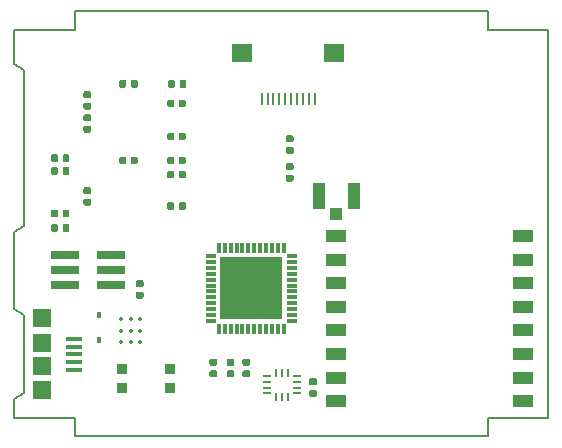
<source format=gbr>
%TF.GenerationSoftware,KiCad,Pcbnew,(5.1.4)-1*%
%TF.CreationDate,2019-10-25T20:43:54-07:00*%
%TF.ProjectId,mainboard,6d61696e-626f-4617-9264-2e6b69636164,rev?*%
%TF.SameCoordinates,Original*%
%TF.FileFunction,Paste,Top*%
%TF.FilePolarity,Positive*%
%FSLAX46Y46*%
G04 Gerber Fmt 4.6, Leading zero omitted, Abs format (unit mm)*
G04 Created by KiCad (PCBNEW (5.1.4)-1) date 2019-10-25 20:43:54*
%MOMM*%
%LPD*%
G04 APERTURE LIST*
%ADD10C,0.150000*%
%ADD11R,2.400000X0.740000*%
%ADD12C,0.100000*%
%ADD13C,0.590000*%
%ADD14R,1.050000X1.050000*%
%ADD15R,1.050000X2.250000*%
%ADD16R,0.850000X0.300000*%
%ADD17R,0.300000X0.850000*%
%ADD18R,5.250000X5.250000*%
%ADD19R,1.800000X1.000000*%
%ADD20R,0.250000X0.675000*%
%ADD21R,0.675000X0.250000*%
%ADD22R,0.250000X1.100000*%
%ADD23R,1.700000X1.500000*%
%ADD24R,0.450000X0.600000*%
%ADD25R,1.350000X0.450000*%
%ADD26R,1.550000X1.500000*%
%ADD27C,0.339999*%
%ADD28R,0.900000X0.900000*%
G04 APERTURE END LIST*
D10*
X76625100Y-98791400D02*
X76625100Y-92202000D01*
X77463300Y-78486000D02*
X76625100Y-77978000D01*
X77463300Y-91694000D02*
X76625100Y-92202000D01*
X77463300Y-78486000D02*
X77463300Y-91694000D01*
X81725100Y-75141600D02*
X81725100Y-73541600D01*
X81725100Y-107941600D02*
X81725100Y-109541600D01*
X121800300Y-107941600D02*
X116700300Y-107941600D01*
X76625100Y-75141600D02*
X81725100Y-75141600D01*
X116700300Y-107941600D02*
X116700300Y-109541600D01*
X116700300Y-73541600D02*
X116700300Y-75141600D01*
X121800300Y-75141600D02*
X116700300Y-75141600D01*
X76625100Y-107941600D02*
X76625100Y-106335200D01*
X81725100Y-107941600D02*
X76625100Y-107941600D01*
X77463300Y-99299400D02*
X76625100Y-98791400D01*
X121800300Y-107941600D02*
X121800300Y-75141600D01*
X77463300Y-105827200D02*
X76625100Y-106335200D01*
X77463300Y-99299400D02*
X77463300Y-105827200D01*
X81725100Y-109541600D02*
X116700300Y-109541600D01*
X116700300Y-73541600D02*
X81725100Y-73541600D01*
X76625100Y-75141600D02*
X76625100Y-77978000D01*
D11*
X84817500Y-96710500D03*
X80917500Y-96710500D03*
X84817500Y-95440500D03*
X80917500Y-95440500D03*
X84817500Y-94170500D03*
X80917500Y-94170500D03*
D12*
G36*
X85973458Y-85850210D02*
G01*
X85987776Y-85852334D01*
X86001817Y-85855851D01*
X86015446Y-85860728D01*
X86028531Y-85866917D01*
X86040947Y-85874358D01*
X86052573Y-85882981D01*
X86063298Y-85892702D01*
X86073019Y-85903427D01*
X86081642Y-85915053D01*
X86089083Y-85927469D01*
X86095272Y-85940554D01*
X86100149Y-85954183D01*
X86103666Y-85968224D01*
X86105790Y-85982542D01*
X86106500Y-85997000D01*
X86106500Y-86342000D01*
X86105790Y-86356458D01*
X86103666Y-86370776D01*
X86100149Y-86384817D01*
X86095272Y-86398446D01*
X86089083Y-86411531D01*
X86081642Y-86423947D01*
X86073019Y-86435573D01*
X86063298Y-86446298D01*
X86052573Y-86456019D01*
X86040947Y-86464642D01*
X86028531Y-86472083D01*
X86015446Y-86478272D01*
X86001817Y-86483149D01*
X85987776Y-86486666D01*
X85973458Y-86488790D01*
X85959000Y-86489500D01*
X85664000Y-86489500D01*
X85649542Y-86488790D01*
X85635224Y-86486666D01*
X85621183Y-86483149D01*
X85607554Y-86478272D01*
X85594469Y-86472083D01*
X85582053Y-86464642D01*
X85570427Y-86456019D01*
X85559702Y-86446298D01*
X85549981Y-86435573D01*
X85541358Y-86423947D01*
X85533917Y-86411531D01*
X85527728Y-86398446D01*
X85522851Y-86384817D01*
X85519334Y-86370776D01*
X85517210Y-86356458D01*
X85516500Y-86342000D01*
X85516500Y-85997000D01*
X85517210Y-85982542D01*
X85519334Y-85968224D01*
X85522851Y-85954183D01*
X85527728Y-85940554D01*
X85533917Y-85927469D01*
X85541358Y-85915053D01*
X85549981Y-85903427D01*
X85559702Y-85892702D01*
X85570427Y-85882981D01*
X85582053Y-85874358D01*
X85594469Y-85866917D01*
X85607554Y-85860728D01*
X85621183Y-85855851D01*
X85635224Y-85852334D01*
X85649542Y-85850210D01*
X85664000Y-85849500D01*
X85959000Y-85849500D01*
X85973458Y-85850210D01*
X85973458Y-85850210D01*
G37*
D13*
X85811500Y-86169500D03*
D12*
G36*
X86943458Y-85850210D02*
G01*
X86957776Y-85852334D01*
X86971817Y-85855851D01*
X86985446Y-85860728D01*
X86998531Y-85866917D01*
X87010947Y-85874358D01*
X87022573Y-85882981D01*
X87033298Y-85892702D01*
X87043019Y-85903427D01*
X87051642Y-85915053D01*
X87059083Y-85927469D01*
X87065272Y-85940554D01*
X87070149Y-85954183D01*
X87073666Y-85968224D01*
X87075790Y-85982542D01*
X87076500Y-85997000D01*
X87076500Y-86342000D01*
X87075790Y-86356458D01*
X87073666Y-86370776D01*
X87070149Y-86384817D01*
X87065272Y-86398446D01*
X87059083Y-86411531D01*
X87051642Y-86423947D01*
X87043019Y-86435573D01*
X87033298Y-86446298D01*
X87022573Y-86456019D01*
X87010947Y-86464642D01*
X86998531Y-86472083D01*
X86985446Y-86478272D01*
X86971817Y-86483149D01*
X86957776Y-86486666D01*
X86943458Y-86488790D01*
X86929000Y-86489500D01*
X86634000Y-86489500D01*
X86619542Y-86488790D01*
X86605224Y-86486666D01*
X86591183Y-86483149D01*
X86577554Y-86478272D01*
X86564469Y-86472083D01*
X86552053Y-86464642D01*
X86540427Y-86456019D01*
X86529702Y-86446298D01*
X86519981Y-86435573D01*
X86511358Y-86423947D01*
X86503917Y-86411531D01*
X86497728Y-86398446D01*
X86492851Y-86384817D01*
X86489334Y-86370776D01*
X86487210Y-86356458D01*
X86486500Y-86342000D01*
X86486500Y-85997000D01*
X86487210Y-85982542D01*
X86489334Y-85968224D01*
X86492851Y-85954183D01*
X86497728Y-85940554D01*
X86503917Y-85927469D01*
X86511358Y-85915053D01*
X86519981Y-85903427D01*
X86529702Y-85892702D01*
X86540427Y-85882981D01*
X86552053Y-85874358D01*
X86564469Y-85866917D01*
X86577554Y-85860728D01*
X86591183Y-85855851D01*
X86605224Y-85852334D01*
X86619542Y-85850210D01*
X86634000Y-85849500D01*
X86929000Y-85849500D01*
X86943458Y-85850210D01*
X86943458Y-85850210D01*
G37*
D13*
X86781500Y-86169500D03*
D12*
G36*
X85973458Y-79373210D02*
G01*
X85987776Y-79375334D01*
X86001817Y-79378851D01*
X86015446Y-79383728D01*
X86028531Y-79389917D01*
X86040947Y-79397358D01*
X86052573Y-79405981D01*
X86063298Y-79415702D01*
X86073019Y-79426427D01*
X86081642Y-79438053D01*
X86089083Y-79450469D01*
X86095272Y-79463554D01*
X86100149Y-79477183D01*
X86103666Y-79491224D01*
X86105790Y-79505542D01*
X86106500Y-79520000D01*
X86106500Y-79865000D01*
X86105790Y-79879458D01*
X86103666Y-79893776D01*
X86100149Y-79907817D01*
X86095272Y-79921446D01*
X86089083Y-79934531D01*
X86081642Y-79946947D01*
X86073019Y-79958573D01*
X86063298Y-79969298D01*
X86052573Y-79979019D01*
X86040947Y-79987642D01*
X86028531Y-79995083D01*
X86015446Y-80001272D01*
X86001817Y-80006149D01*
X85987776Y-80009666D01*
X85973458Y-80011790D01*
X85959000Y-80012500D01*
X85664000Y-80012500D01*
X85649542Y-80011790D01*
X85635224Y-80009666D01*
X85621183Y-80006149D01*
X85607554Y-80001272D01*
X85594469Y-79995083D01*
X85582053Y-79987642D01*
X85570427Y-79979019D01*
X85559702Y-79969298D01*
X85549981Y-79958573D01*
X85541358Y-79946947D01*
X85533917Y-79934531D01*
X85527728Y-79921446D01*
X85522851Y-79907817D01*
X85519334Y-79893776D01*
X85517210Y-79879458D01*
X85516500Y-79865000D01*
X85516500Y-79520000D01*
X85517210Y-79505542D01*
X85519334Y-79491224D01*
X85522851Y-79477183D01*
X85527728Y-79463554D01*
X85533917Y-79450469D01*
X85541358Y-79438053D01*
X85549981Y-79426427D01*
X85559702Y-79415702D01*
X85570427Y-79405981D01*
X85582053Y-79397358D01*
X85594469Y-79389917D01*
X85607554Y-79383728D01*
X85621183Y-79378851D01*
X85635224Y-79375334D01*
X85649542Y-79373210D01*
X85664000Y-79372500D01*
X85959000Y-79372500D01*
X85973458Y-79373210D01*
X85973458Y-79373210D01*
G37*
D13*
X85811500Y-79692500D03*
D12*
G36*
X86943458Y-79373210D02*
G01*
X86957776Y-79375334D01*
X86971817Y-79378851D01*
X86985446Y-79383728D01*
X86998531Y-79389917D01*
X87010947Y-79397358D01*
X87022573Y-79405981D01*
X87033298Y-79415702D01*
X87043019Y-79426427D01*
X87051642Y-79438053D01*
X87059083Y-79450469D01*
X87065272Y-79463554D01*
X87070149Y-79477183D01*
X87073666Y-79491224D01*
X87075790Y-79505542D01*
X87076500Y-79520000D01*
X87076500Y-79865000D01*
X87075790Y-79879458D01*
X87073666Y-79893776D01*
X87070149Y-79907817D01*
X87065272Y-79921446D01*
X87059083Y-79934531D01*
X87051642Y-79946947D01*
X87043019Y-79958573D01*
X87033298Y-79969298D01*
X87022573Y-79979019D01*
X87010947Y-79987642D01*
X86998531Y-79995083D01*
X86985446Y-80001272D01*
X86971817Y-80006149D01*
X86957776Y-80009666D01*
X86943458Y-80011790D01*
X86929000Y-80012500D01*
X86634000Y-80012500D01*
X86619542Y-80011790D01*
X86605224Y-80009666D01*
X86591183Y-80006149D01*
X86577554Y-80001272D01*
X86564469Y-79995083D01*
X86552053Y-79987642D01*
X86540427Y-79979019D01*
X86529702Y-79969298D01*
X86519981Y-79958573D01*
X86511358Y-79946947D01*
X86503917Y-79934531D01*
X86497728Y-79921446D01*
X86492851Y-79907817D01*
X86489334Y-79893776D01*
X86487210Y-79879458D01*
X86486500Y-79865000D01*
X86486500Y-79520000D01*
X86487210Y-79505542D01*
X86489334Y-79491224D01*
X86492851Y-79477183D01*
X86497728Y-79463554D01*
X86503917Y-79450469D01*
X86511358Y-79438053D01*
X86519981Y-79426427D01*
X86529702Y-79415702D01*
X86540427Y-79405981D01*
X86552053Y-79397358D01*
X86564469Y-79389917D01*
X86577554Y-79383728D01*
X86591183Y-79378851D01*
X86605224Y-79375334D01*
X86619542Y-79373210D01*
X86634000Y-79372500D01*
X86929000Y-79372500D01*
X86943458Y-79373210D01*
X86943458Y-79373210D01*
G37*
D13*
X86781500Y-79692500D03*
D12*
G36*
X82990958Y-88438210D02*
G01*
X83005276Y-88440334D01*
X83019317Y-88443851D01*
X83032946Y-88448728D01*
X83046031Y-88454917D01*
X83058447Y-88462358D01*
X83070073Y-88470981D01*
X83080798Y-88480702D01*
X83090519Y-88491427D01*
X83099142Y-88503053D01*
X83106583Y-88515469D01*
X83112772Y-88528554D01*
X83117649Y-88542183D01*
X83121166Y-88556224D01*
X83123290Y-88570542D01*
X83124000Y-88585000D01*
X83124000Y-88880000D01*
X83123290Y-88894458D01*
X83121166Y-88908776D01*
X83117649Y-88922817D01*
X83112772Y-88936446D01*
X83106583Y-88949531D01*
X83099142Y-88961947D01*
X83090519Y-88973573D01*
X83080798Y-88984298D01*
X83070073Y-88994019D01*
X83058447Y-89002642D01*
X83046031Y-89010083D01*
X83032946Y-89016272D01*
X83019317Y-89021149D01*
X83005276Y-89024666D01*
X82990958Y-89026790D01*
X82976500Y-89027500D01*
X82631500Y-89027500D01*
X82617042Y-89026790D01*
X82602724Y-89024666D01*
X82588683Y-89021149D01*
X82575054Y-89016272D01*
X82561969Y-89010083D01*
X82549553Y-89002642D01*
X82537927Y-88994019D01*
X82527202Y-88984298D01*
X82517481Y-88973573D01*
X82508858Y-88961947D01*
X82501417Y-88949531D01*
X82495228Y-88936446D01*
X82490351Y-88922817D01*
X82486834Y-88908776D01*
X82484710Y-88894458D01*
X82484000Y-88880000D01*
X82484000Y-88585000D01*
X82484710Y-88570542D01*
X82486834Y-88556224D01*
X82490351Y-88542183D01*
X82495228Y-88528554D01*
X82501417Y-88515469D01*
X82508858Y-88503053D01*
X82517481Y-88491427D01*
X82527202Y-88480702D01*
X82537927Y-88470981D01*
X82549553Y-88462358D01*
X82561969Y-88454917D01*
X82575054Y-88448728D01*
X82588683Y-88443851D01*
X82602724Y-88440334D01*
X82617042Y-88438210D01*
X82631500Y-88437500D01*
X82976500Y-88437500D01*
X82990958Y-88438210D01*
X82990958Y-88438210D01*
G37*
D13*
X82804000Y-88732500D03*
D12*
G36*
X82990958Y-89408210D02*
G01*
X83005276Y-89410334D01*
X83019317Y-89413851D01*
X83032946Y-89418728D01*
X83046031Y-89424917D01*
X83058447Y-89432358D01*
X83070073Y-89440981D01*
X83080798Y-89450702D01*
X83090519Y-89461427D01*
X83099142Y-89473053D01*
X83106583Y-89485469D01*
X83112772Y-89498554D01*
X83117649Y-89512183D01*
X83121166Y-89526224D01*
X83123290Y-89540542D01*
X83124000Y-89555000D01*
X83124000Y-89850000D01*
X83123290Y-89864458D01*
X83121166Y-89878776D01*
X83117649Y-89892817D01*
X83112772Y-89906446D01*
X83106583Y-89919531D01*
X83099142Y-89931947D01*
X83090519Y-89943573D01*
X83080798Y-89954298D01*
X83070073Y-89964019D01*
X83058447Y-89972642D01*
X83046031Y-89980083D01*
X83032946Y-89986272D01*
X83019317Y-89991149D01*
X83005276Y-89994666D01*
X82990958Y-89996790D01*
X82976500Y-89997500D01*
X82631500Y-89997500D01*
X82617042Y-89996790D01*
X82602724Y-89994666D01*
X82588683Y-89991149D01*
X82575054Y-89986272D01*
X82561969Y-89980083D01*
X82549553Y-89972642D01*
X82537927Y-89964019D01*
X82527202Y-89954298D01*
X82517481Y-89943573D01*
X82508858Y-89931947D01*
X82501417Y-89919531D01*
X82495228Y-89906446D01*
X82490351Y-89892817D01*
X82486834Y-89878776D01*
X82484710Y-89864458D01*
X82484000Y-89850000D01*
X82484000Y-89555000D01*
X82484710Y-89540542D01*
X82486834Y-89526224D01*
X82490351Y-89512183D01*
X82495228Y-89498554D01*
X82501417Y-89485469D01*
X82508858Y-89473053D01*
X82517481Y-89461427D01*
X82527202Y-89450702D01*
X82537927Y-89440981D01*
X82549553Y-89432358D01*
X82561969Y-89424917D01*
X82575054Y-89418728D01*
X82588683Y-89413851D01*
X82602724Y-89410334D01*
X82617042Y-89408210D01*
X82631500Y-89407500D01*
X82976500Y-89407500D01*
X82990958Y-89408210D01*
X82990958Y-89408210D01*
G37*
D13*
X82804000Y-89702500D03*
D12*
G36*
X82990958Y-82278710D02*
G01*
X83005276Y-82280834D01*
X83019317Y-82284351D01*
X83032946Y-82289228D01*
X83046031Y-82295417D01*
X83058447Y-82302858D01*
X83070073Y-82311481D01*
X83080798Y-82321202D01*
X83090519Y-82331927D01*
X83099142Y-82343553D01*
X83106583Y-82355969D01*
X83112772Y-82369054D01*
X83117649Y-82382683D01*
X83121166Y-82396724D01*
X83123290Y-82411042D01*
X83124000Y-82425500D01*
X83124000Y-82720500D01*
X83123290Y-82734958D01*
X83121166Y-82749276D01*
X83117649Y-82763317D01*
X83112772Y-82776946D01*
X83106583Y-82790031D01*
X83099142Y-82802447D01*
X83090519Y-82814073D01*
X83080798Y-82824798D01*
X83070073Y-82834519D01*
X83058447Y-82843142D01*
X83046031Y-82850583D01*
X83032946Y-82856772D01*
X83019317Y-82861649D01*
X83005276Y-82865166D01*
X82990958Y-82867290D01*
X82976500Y-82868000D01*
X82631500Y-82868000D01*
X82617042Y-82867290D01*
X82602724Y-82865166D01*
X82588683Y-82861649D01*
X82575054Y-82856772D01*
X82561969Y-82850583D01*
X82549553Y-82843142D01*
X82537927Y-82834519D01*
X82527202Y-82824798D01*
X82517481Y-82814073D01*
X82508858Y-82802447D01*
X82501417Y-82790031D01*
X82495228Y-82776946D01*
X82490351Y-82763317D01*
X82486834Y-82749276D01*
X82484710Y-82734958D01*
X82484000Y-82720500D01*
X82484000Y-82425500D01*
X82484710Y-82411042D01*
X82486834Y-82396724D01*
X82490351Y-82382683D01*
X82495228Y-82369054D01*
X82501417Y-82355969D01*
X82508858Y-82343553D01*
X82517481Y-82331927D01*
X82527202Y-82321202D01*
X82537927Y-82311481D01*
X82549553Y-82302858D01*
X82561969Y-82295417D01*
X82575054Y-82289228D01*
X82588683Y-82284351D01*
X82602724Y-82280834D01*
X82617042Y-82278710D01*
X82631500Y-82278000D01*
X82976500Y-82278000D01*
X82990958Y-82278710D01*
X82990958Y-82278710D01*
G37*
D13*
X82804000Y-82573000D03*
D12*
G36*
X82990958Y-83248710D02*
G01*
X83005276Y-83250834D01*
X83019317Y-83254351D01*
X83032946Y-83259228D01*
X83046031Y-83265417D01*
X83058447Y-83272858D01*
X83070073Y-83281481D01*
X83080798Y-83291202D01*
X83090519Y-83301927D01*
X83099142Y-83313553D01*
X83106583Y-83325969D01*
X83112772Y-83339054D01*
X83117649Y-83352683D01*
X83121166Y-83366724D01*
X83123290Y-83381042D01*
X83124000Y-83395500D01*
X83124000Y-83690500D01*
X83123290Y-83704958D01*
X83121166Y-83719276D01*
X83117649Y-83733317D01*
X83112772Y-83746946D01*
X83106583Y-83760031D01*
X83099142Y-83772447D01*
X83090519Y-83784073D01*
X83080798Y-83794798D01*
X83070073Y-83804519D01*
X83058447Y-83813142D01*
X83046031Y-83820583D01*
X83032946Y-83826772D01*
X83019317Y-83831649D01*
X83005276Y-83835166D01*
X82990958Y-83837290D01*
X82976500Y-83838000D01*
X82631500Y-83838000D01*
X82617042Y-83837290D01*
X82602724Y-83835166D01*
X82588683Y-83831649D01*
X82575054Y-83826772D01*
X82561969Y-83820583D01*
X82549553Y-83813142D01*
X82537927Y-83804519D01*
X82527202Y-83794798D01*
X82517481Y-83784073D01*
X82508858Y-83772447D01*
X82501417Y-83760031D01*
X82495228Y-83746946D01*
X82490351Y-83733317D01*
X82486834Y-83719276D01*
X82484710Y-83704958D01*
X82484000Y-83690500D01*
X82484000Y-83395500D01*
X82484710Y-83381042D01*
X82486834Y-83366724D01*
X82490351Y-83352683D01*
X82495228Y-83339054D01*
X82501417Y-83325969D01*
X82508858Y-83313553D01*
X82517481Y-83301927D01*
X82527202Y-83291202D01*
X82537927Y-83281481D01*
X82549553Y-83272858D01*
X82561969Y-83265417D01*
X82575054Y-83259228D01*
X82588683Y-83254351D01*
X82602724Y-83250834D01*
X82617042Y-83248710D01*
X82631500Y-83248000D01*
X82976500Y-83248000D01*
X82990958Y-83248710D01*
X82990958Y-83248710D01*
G37*
D13*
X82804000Y-83543000D03*
D12*
G36*
X82990958Y-80310210D02*
G01*
X83005276Y-80312334D01*
X83019317Y-80315851D01*
X83032946Y-80320728D01*
X83046031Y-80326917D01*
X83058447Y-80334358D01*
X83070073Y-80342981D01*
X83080798Y-80352702D01*
X83090519Y-80363427D01*
X83099142Y-80375053D01*
X83106583Y-80387469D01*
X83112772Y-80400554D01*
X83117649Y-80414183D01*
X83121166Y-80428224D01*
X83123290Y-80442542D01*
X83124000Y-80457000D01*
X83124000Y-80752000D01*
X83123290Y-80766458D01*
X83121166Y-80780776D01*
X83117649Y-80794817D01*
X83112772Y-80808446D01*
X83106583Y-80821531D01*
X83099142Y-80833947D01*
X83090519Y-80845573D01*
X83080798Y-80856298D01*
X83070073Y-80866019D01*
X83058447Y-80874642D01*
X83046031Y-80882083D01*
X83032946Y-80888272D01*
X83019317Y-80893149D01*
X83005276Y-80896666D01*
X82990958Y-80898790D01*
X82976500Y-80899500D01*
X82631500Y-80899500D01*
X82617042Y-80898790D01*
X82602724Y-80896666D01*
X82588683Y-80893149D01*
X82575054Y-80888272D01*
X82561969Y-80882083D01*
X82549553Y-80874642D01*
X82537927Y-80866019D01*
X82527202Y-80856298D01*
X82517481Y-80845573D01*
X82508858Y-80833947D01*
X82501417Y-80821531D01*
X82495228Y-80808446D01*
X82490351Y-80794817D01*
X82486834Y-80780776D01*
X82484710Y-80766458D01*
X82484000Y-80752000D01*
X82484000Y-80457000D01*
X82484710Y-80442542D01*
X82486834Y-80428224D01*
X82490351Y-80414183D01*
X82495228Y-80400554D01*
X82501417Y-80387469D01*
X82508858Y-80375053D01*
X82517481Y-80363427D01*
X82527202Y-80352702D01*
X82537927Y-80342981D01*
X82549553Y-80334358D01*
X82561969Y-80326917D01*
X82575054Y-80320728D01*
X82588683Y-80315851D01*
X82602724Y-80312334D01*
X82617042Y-80310210D01*
X82631500Y-80309500D01*
X82976500Y-80309500D01*
X82990958Y-80310210D01*
X82990958Y-80310210D01*
G37*
D13*
X82804000Y-80604500D03*
D12*
G36*
X82990958Y-81280210D02*
G01*
X83005276Y-81282334D01*
X83019317Y-81285851D01*
X83032946Y-81290728D01*
X83046031Y-81296917D01*
X83058447Y-81304358D01*
X83070073Y-81312981D01*
X83080798Y-81322702D01*
X83090519Y-81333427D01*
X83099142Y-81345053D01*
X83106583Y-81357469D01*
X83112772Y-81370554D01*
X83117649Y-81384183D01*
X83121166Y-81398224D01*
X83123290Y-81412542D01*
X83124000Y-81427000D01*
X83124000Y-81722000D01*
X83123290Y-81736458D01*
X83121166Y-81750776D01*
X83117649Y-81764817D01*
X83112772Y-81778446D01*
X83106583Y-81791531D01*
X83099142Y-81803947D01*
X83090519Y-81815573D01*
X83080798Y-81826298D01*
X83070073Y-81836019D01*
X83058447Y-81844642D01*
X83046031Y-81852083D01*
X83032946Y-81858272D01*
X83019317Y-81863149D01*
X83005276Y-81866666D01*
X82990958Y-81868790D01*
X82976500Y-81869500D01*
X82631500Y-81869500D01*
X82617042Y-81868790D01*
X82602724Y-81866666D01*
X82588683Y-81863149D01*
X82575054Y-81858272D01*
X82561969Y-81852083D01*
X82549553Y-81844642D01*
X82537927Y-81836019D01*
X82527202Y-81826298D01*
X82517481Y-81815573D01*
X82508858Y-81803947D01*
X82501417Y-81791531D01*
X82495228Y-81778446D01*
X82490351Y-81764817D01*
X82486834Y-81750776D01*
X82484710Y-81736458D01*
X82484000Y-81722000D01*
X82484000Y-81427000D01*
X82484710Y-81412542D01*
X82486834Y-81398224D01*
X82490351Y-81384183D01*
X82495228Y-81370554D01*
X82501417Y-81357469D01*
X82508858Y-81345053D01*
X82517481Y-81333427D01*
X82527202Y-81322702D01*
X82537927Y-81312981D01*
X82549553Y-81304358D01*
X82561969Y-81296917D01*
X82575054Y-81290728D01*
X82588683Y-81285851D01*
X82602724Y-81282334D01*
X82617042Y-81280210D01*
X82631500Y-81279500D01*
X82976500Y-81279500D01*
X82990958Y-81280210D01*
X82990958Y-81280210D01*
G37*
D13*
X82804000Y-81574500D03*
D12*
G36*
X100135958Y-86406210D02*
G01*
X100150276Y-86408334D01*
X100164317Y-86411851D01*
X100177946Y-86416728D01*
X100191031Y-86422917D01*
X100203447Y-86430358D01*
X100215073Y-86438981D01*
X100225798Y-86448702D01*
X100235519Y-86459427D01*
X100244142Y-86471053D01*
X100251583Y-86483469D01*
X100257772Y-86496554D01*
X100262649Y-86510183D01*
X100266166Y-86524224D01*
X100268290Y-86538542D01*
X100269000Y-86553000D01*
X100269000Y-86848000D01*
X100268290Y-86862458D01*
X100266166Y-86876776D01*
X100262649Y-86890817D01*
X100257772Y-86904446D01*
X100251583Y-86917531D01*
X100244142Y-86929947D01*
X100235519Y-86941573D01*
X100225798Y-86952298D01*
X100215073Y-86962019D01*
X100203447Y-86970642D01*
X100191031Y-86978083D01*
X100177946Y-86984272D01*
X100164317Y-86989149D01*
X100150276Y-86992666D01*
X100135958Y-86994790D01*
X100121500Y-86995500D01*
X99776500Y-86995500D01*
X99762042Y-86994790D01*
X99747724Y-86992666D01*
X99733683Y-86989149D01*
X99720054Y-86984272D01*
X99706969Y-86978083D01*
X99694553Y-86970642D01*
X99682927Y-86962019D01*
X99672202Y-86952298D01*
X99662481Y-86941573D01*
X99653858Y-86929947D01*
X99646417Y-86917531D01*
X99640228Y-86904446D01*
X99635351Y-86890817D01*
X99631834Y-86876776D01*
X99629710Y-86862458D01*
X99629000Y-86848000D01*
X99629000Y-86553000D01*
X99629710Y-86538542D01*
X99631834Y-86524224D01*
X99635351Y-86510183D01*
X99640228Y-86496554D01*
X99646417Y-86483469D01*
X99653858Y-86471053D01*
X99662481Y-86459427D01*
X99672202Y-86448702D01*
X99682927Y-86438981D01*
X99694553Y-86430358D01*
X99706969Y-86422917D01*
X99720054Y-86416728D01*
X99733683Y-86411851D01*
X99747724Y-86408334D01*
X99762042Y-86406210D01*
X99776500Y-86405500D01*
X100121500Y-86405500D01*
X100135958Y-86406210D01*
X100135958Y-86406210D01*
G37*
D13*
X99949000Y-86700500D03*
D12*
G36*
X100135958Y-87376210D02*
G01*
X100150276Y-87378334D01*
X100164317Y-87381851D01*
X100177946Y-87386728D01*
X100191031Y-87392917D01*
X100203447Y-87400358D01*
X100215073Y-87408981D01*
X100225798Y-87418702D01*
X100235519Y-87429427D01*
X100244142Y-87441053D01*
X100251583Y-87453469D01*
X100257772Y-87466554D01*
X100262649Y-87480183D01*
X100266166Y-87494224D01*
X100268290Y-87508542D01*
X100269000Y-87523000D01*
X100269000Y-87818000D01*
X100268290Y-87832458D01*
X100266166Y-87846776D01*
X100262649Y-87860817D01*
X100257772Y-87874446D01*
X100251583Y-87887531D01*
X100244142Y-87899947D01*
X100235519Y-87911573D01*
X100225798Y-87922298D01*
X100215073Y-87932019D01*
X100203447Y-87940642D01*
X100191031Y-87948083D01*
X100177946Y-87954272D01*
X100164317Y-87959149D01*
X100150276Y-87962666D01*
X100135958Y-87964790D01*
X100121500Y-87965500D01*
X99776500Y-87965500D01*
X99762042Y-87964790D01*
X99747724Y-87962666D01*
X99733683Y-87959149D01*
X99720054Y-87954272D01*
X99706969Y-87948083D01*
X99694553Y-87940642D01*
X99682927Y-87932019D01*
X99672202Y-87922298D01*
X99662481Y-87911573D01*
X99653858Y-87899947D01*
X99646417Y-87887531D01*
X99640228Y-87874446D01*
X99635351Y-87860817D01*
X99631834Y-87846776D01*
X99629710Y-87832458D01*
X99629000Y-87818000D01*
X99629000Y-87523000D01*
X99629710Y-87508542D01*
X99631834Y-87494224D01*
X99635351Y-87480183D01*
X99640228Y-87466554D01*
X99646417Y-87453469D01*
X99653858Y-87441053D01*
X99662481Y-87429427D01*
X99672202Y-87418702D01*
X99682927Y-87408981D01*
X99694553Y-87400358D01*
X99706969Y-87392917D01*
X99720054Y-87386728D01*
X99733683Y-87381851D01*
X99747724Y-87378334D01*
X99762042Y-87376210D01*
X99776500Y-87375500D01*
X100121500Y-87375500D01*
X100135958Y-87376210D01*
X100135958Y-87376210D01*
G37*
D13*
X99949000Y-87670500D03*
D12*
G36*
X100135958Y-84056710D02*
G01*
X100150276Y-84058834D01*
X100164317Y-84062351D01*
X100177946Y-84067228D01*
X100191031Y-84073417D01*
X100203447Y-84080858D01*
X100215073Y-84089481D01*
X100225798Y-84099202D01*
X100235519Y-84109927D01*
X100244142Y-84121553D01*
X100251583Y-84133969D01*
X100257772Y-84147054D01*
X100262649Y-84160683D01*
X100266166Y-84174724D01*
X100268290Y-84189042D01*
X100269000Y-84203500D01*
X100269000Y-84498500D01*
X100268290Y-84512958D01*
X100266166Y-84527276D01*
X100262649Y-84541317D01*
X100257772Y-84554946D01*
X100251583Y-84568031D01*
X100244142Y-84580447D01*
X100235519Y-84592073D01*
X100225798Y-84602798D01*
X100215073Y-84612519D01*
X100203447Y-84621142D01*
X100191031Y-84628583D01*
X100177946Y-84634772D01*
X100164317Y-84639649D01*
X100150276Y-84643166D01*
X100135958Y-84645290D01*
X100121500Y-84646000D01*
X99776500Y-84646000D01*
X99762042Y-84645290D01*
X99747724Y-84643166D01*
X99733683Y-84639649D01*
X99720054Y-84634772D01*
X99706969Y-84628583D01*
X99694553Y-84621142D01*
X99682927Y-84612519D01*
X99672202Y-84602798D01*
X99662481Y-84592073D01*
X99653858Y-84580447D01*
X99646417Y-84568031D01*
X99640228Y-84554946D01*
X99635351Y-84541317D01*
X99631834Y-84527276D01*
X99629710Y-84512958D01*
X99629000Y-84498500D01*
X99629000Y-84203500D01*
X99629710Y-84189042D01*
X99631834Y-84174724D01*
X99635351Y-84160683D01*
X99640228Y-84147054D01*
X99646417Y-84133969D01*
X99653858Y-84121553D01*
X99662481Y-84109927D01*
X99672202Y-84099202D01*
X99682927Y-84089481D01*
X99694553Y-84080858D01*
X99706969Y-84073417D01*
X99720054Y-84067228D01*
X99733683Y-84062351D01*
X99747724Y-84058834D01*
X99762042Y-84056710D01*
X99776500Y-84056000D01*
X100121500Y-84056000D01*
X100135958Y-84056710D01*
X100135958Y-84056710D01*
G37*
D13*
X99949000Y-84351000D03*
D12*
G36*
X100135958Y-85026710D02*
G01*
X100150276Y-85028834D01*
X100164317Y-85032351D01*
X100177946Y-85037228D01*
X100191031Y-85043417D01*
X100203447Y-85050858D01*
X100215073Y-85059481D01*
X100225798Y-85069202D01*
X100235519Y-85079927D01*
X100244142Y-85091553D01*
X100251583Y-85103969D01*
X100257772Y-85117054D01*
X100262649Y-85130683D01*
X100266166Y-85144724D01*
X100268290Y-85159042D01*
X100269000Y-85173500D01*
X100269000Y-85468500D01*
X100268290Y-85482958D01*
X100266166Y-85497276D01*
X100262649Y-85511317D01*
X100257772Y-85524946D01*
X100251583Y-85538031D01*
X100244142Y-85550447D01*
X100235519Y-85562073D01*
X100225798Y-85572798D01*
X100215073Y-85582519D01*
X100203447Y-85591142D01*
X100191031Y-85598583D01*
X100177946Y-85604772D01*
X100164317Y-85609649D01*
X100150276Y-85613166D01*
X100135958Y-85615290D01*
X100121500Y-85616000D01*
X99776500Y-85616000D01*
X99762042Y-85615290D01*
X99747724Y-85613166D01*
X99733683Y-85609649D01*
X99720054Y-85604772D01*
X99706969Y-85598583D01*
X99694553Y-85591142D01*
X99682927Y-85582519D01*
X99672202Y-85572798D01*
X99662481Y-85562073D01*
X99653858Y-85550447D01*
X99646417Y-85538031D01*
X99640228Y-85524946D01*
X99635351Y-85511317D01*
X99631834Y-85497276D01*
X99629710Y-85482958D01*
X99629000Y-85468500D01*
X99629000Y-85173500D01*
X99629710Y-85159042D01*
X99631834Y-85144724D01*
X99635351Y-85130683D01*
X99640228Y-85117054D01*
X99646417Y-85103969D01*
X99653858Y-85091553D01*
X99662481Y-85079927D01*
X99672202Y-85069202D01*
X99682927Y-85059481D01*
X99694553Y-85050858D01*
X99706969Y-85043417D01*
X99720054Y-85037228D01*
X99733683Y-85032351D01*
X99747724Y-85028834D01*
X99762042Y-85026710D01*
X99776500Y-85026000D01*
X100121500Y-85026000D01*
X100135958Y-85026710D01*
X100135958Y-85026710D01*
G37*
D13*
X99949000Y-85321000D03*
D14*
X103886000Y-90679000D03*
D15*
X105361000Y-89154000D03*
X102411000Y-89154000D03*
D12*
G36*
X93658958Y-103949710D02*
G01*
X93673276Y-103951834D01*
X93687317Y-103955351D01*
X93700946Y-103960228D01*
X93714031Y-103966417D01*
X93726447Y-103973858D01*
X93738073Y-103982481D01*
X93748798Y-103992202D01*
X93758519Y-104002927D01*
X93767142Y-104014553D01*
X93774583Y-104026969D01*
X93780772Y-104040054D01*
X93785649Y-104053683D01*
X93789166Y-104067724D01*
X93791290Y-104082042D01*
X93792000Y-104096500D01*
X93792000Y-104391500D01*
X93791290Y-104405958D01*
X93789166Y-104420276D01*
X93785649Y-104434317D01*
X93780772Y-104447946D01*
X93774583Y-104461031D01*
X93767142Y-104473447D01*
X93758519Y-104485073D01*
X93748798Y-104495798D01*
X93738073Y-104505519D01*
X93726447Y-104514142D01*
X93714031Y-104521583D01*
X93700946Y-104527772D01*
X93687317Y-104532649D01*
X93673276Y-104536166D01*
X93658958Y-104538290D01*
X93644500Y-104539000D01*
X93299500Y-104539000D01*
X93285042Y-104538290D01*
X93270724Y-104536166D01*
X93256683Y-104532649D01*
X93243054Y-104527772D01*
X93229969Y-104521583D01*
X93217553Y-104514142D01*
X93205927Y-104505519D01*
X93195202Y-104495798D01*
X93185481Y-104485073D01*
X93176858Y-104473447D01*
X93169417Y-104461031D01*
X93163228Y-104447946D01*
X93158351Y-104434317D01*
X93154834Y-104420276D01*
X93152710Y-104405958D01*
X93152000Y-104391500D01*
X93152000Y-104096500D01*
X93152710Y-104082042D01*
X93154834Y-104067724D01*
X93158351Y-104053683D01*
X93163228Y-104040054D01*
X93169417Y-104026969D01*
X93176858Y-104014553D01*
X93185481Y-104002927D01*
X93195202Y-103992202D01*
X93205927Y-103982481D01*
X93217553Y-103973858D01*
X93229969Y-103966417D01*
X93243054Y-103960228D01*
X93256683Y-103955351D01*
X93270724Y-103951834D01*
X93285042Y-103949710D01*
X93299500Y-103949000D01*
X93644500Y-103949000D01*
X93658958Y-103949710D01*
X93658958Y-103949710D01*
G37*
D13*
X93472000Y-104244000D03*
D12*
G36*
X93658958Y-102979710D02*
G01*
X93673276Y-102981834D01*
X93687317Y-102985351D01*
X93700946Y-102990228D01*
X93714031Y-102996417D01*
X93726447Y-103003858D01*
X93738073Y-103012481D01*
X93748798Y-103022202D01*
X93758519Y-103032927D01*
X93767142Y-103044553D01*
X93774583Y-103056969D01*
X93780772Y-103070054D01*
X93785649Y-103083683D01*
X93789166Y-103097724D01*
X93791290Y-103112042D01*
X93792000Y-103126500D01*
X93792000Y-103421500D01*
X93791290Y-103435958D01*
X93789166Y-103450276D01*
X93785649Y-103464317D01*
X93780772Y-103477946D01*
X93774583Y-103491031D01*
X93767142Y-103503447D01*
X93758519Y-103515073D01*
X93748798Y-103525798D01*
X93738073Y-103535519D01*
X93726447Y-103544142D01*
X93714031Y-103551583D01*
X93700946Y-103557772D01*
X93687317Y-103562649D01*
X93673276Y-103566166D01*
X93658958Y-103568290D01*
X93644500Y-103569000D01*
X93299500Y-103569000D01*
X93285042Y-103568290D01*
X93270724Y-103566166D01*
X93256683Y-103562649D01*
X93243054Y-103557772D01*
X93229969Y-103551583D01*
X93217553Y-103544142D01*
X93205927Y-103535519D01*
X93195202Y-103525798D01*
X93185481Y-103515073D01*
X93176858Y-103503447D01*
X93169417Y-103491031D01*
X93163228Y-103477946D01*
X93158351Y-103464317D01*
X93154834Y-103450276D01*
X93152710Y-103435958D01*
X93152000Y-103421500D01*
X93152000Y-103126500D01*
X93152710Y-103112042D01*
X93154834Y-103097724D01*
X93158351Y-103083683D01*
X93163228Y-103070054D01*
X93169417Y-103056969D01*
X93176858Y-103044553D01*
X93185481Y-103032927D01*
X93195202Y-103022202D01*
X93205927Y-103012481D01*
X93217553Y-103003858D01*
X93229969Y-102996417D01*
X93243054Y-102990228D01*
X93256683Y-102985351D01*
X93270724Y-102981834D01*
X93285042Y-102979710D01*
X93299500Y-102979000D01*
X93644500Y-102979000D01*
X93658958Y-102979710D01*
X93658958Y-102979710D01*
G37*
D13*
X93472000Y-103274000D03*
D12*
G36*
X90037458Y-81024210D02*
G01*
X90051776Y-81026334D01*
X90065817Y-81029851D01*
X90079446Y-81034728D01*
X90092531Y-81040917D01*
X90104947Y-81048358D01*
X90116573Y-81056981D01*
X90127298Y-81066702D01*
X90137019Y-81077427D01*
X90145642Y-81089053D01*
X90153083Y-81101469D01*
X90159272Y-81114554D01*
X90164149Y-81128183D01*
X90167666Y-81142224D01*
X90169790Y-81156542D01*
X90170500Y-81171000D01*
X90170500Y-81516000D01*
X90169790Y-81530458D01*
X90167666Y-81544776D01*
X90164149Y-81558817D01*
X90159272Y-81572446D01*
X90153083Y-81585531D01*
X90145642Y-81597947D01*
X90137019Y-81609573D01*
X90127298Y-81620298D01*
X90116573Y-81630019D01*
X90104947Y-81638642D01*
X90092531Y-81646083D01*
X90079446Y-81652272D01*
X90065817Y-81657149D01*
X90051776Y-81660666D01*
X90037458Y-81662790D01*
X90023000Y-81663500D01*
X89728000Y-81663500D01*
X89713542Y-81662790D01*
X89699224Y-81660666D01*
X89685183Y-81657149D01*
X89671554Y-81652272D01*
X89658469Y-81646083D01*
X89646053Y-81638642D01*
X89634427Y-81630019D01*
X89623702Y-81620298D01*
X89613981Y-81609573D01*
X89605358Y-81597947D01*
X89597917Y-81585531D01*
X89591728Y-81572446D01*
X89586851Y-81558817D01*
X89583334Y-81544776D01*
X89581210Y-81530458D01*
X89580500Y-81516000D01*
X89580500Y-81171000D01*
X89581210Y-81156542D01*
X89583334Y-81142224D01*
X89586851Y-81128183D01*
X89591728Y-81114554D01*
X89597917Y-81101469D01*
X89605358Y-81089053D01*
X89613981Y-81077427D01*
X89623702Y-81066702D01*
X89634427Y-81056981D01*
X89646053Y-81048358D01*
X89658469Y-81040917D01*
X89671554Y-81034728D01*
X89685183Y-81029851D01*
X89699224Y-81026334D01*
X89713542Y-81024210D01*
X89728000Y-81023500D01*
X90023000Y-81023500D01*
X90037458Y-81024210D01*
X90037458Y-81024210D01*
G37*
D13*
X89875500Y-81343500D03*
D12*
G36*
X91007458Y-81024210D02*
G01*
X91021776Y-81026334D01*
X91035817Y-81029851D01*
X91049446Y-81034728D01*
X91062531Y-81040917D01*
X91074947Y-81048358D01*
X91086573Y-81056981D01*
X91097298Y-81066702D01*
X91107019Y-81077427D01*
X91115642Y-81089053D01*
X91123083Y-81101469D01*
X91129272Y-81114554D01*
X91134149Y-81128183D01*
X91137666Y-81142224D01*
X91139790Y-81156542D01*
X91140500Y-81171000D01*
X91140500Y-81516000D01*
X91139790Y-81530458D01*
X91137666Y-81544776D01*
X91134149Y-81558817D01*
X91129272Y-81572446D01*
X91123083Y-81585531D01*
X91115642Y-81597947D01*
X91107019Y-81609573D01*
X91097298Y-81620298D01*
X91086573Y-81630019D01*
X91074947Y-81638642D01*
X91062531Y-81646083D01*
X91049446Y-81652272D01*
X91035817Y-81657149D01*
X91021776Y-81660666D01*
X91007458Y-81662790D01*
X90993000Y-81663500D01*
X90698000Y-81663500D01*
X90683542Y-81662790D01*
X90669224Y-81660666D01*
X90655183Y-81657149D01*
X90641554Y-81652272D01*
X90628469Y-81646083D01*
X90616053Y-81638642D01*
X90604427Y-81630019D01*
X90593702Y-81620298D01*
X90583981Y-81609573D01*
X90575358Y-81597947D01*
X90567917Y-81585531D01*
X90561728Y-81572446D01*
X90556851Y-81558817D01*
X90553334Y-81544776D01*
X90551210Y-81530458D01*
X90550500Y-81516000D01*
X90550500Y-81171000D01*
X90551210Y-81156542D01*
X90553334Y-81142224D01*
X90556851Y-81128183D01*
X90561728Y-81114554D01*
X90567917Y-81101469D01*
X90575358Y-81089053D01*
X90583981Y-81077427D01*
X90593702Y-81066702D01*
X90604427Y-81056981D01*
X90616053Y-81048358D01*
X90628469Y-81040917D01*
X90641554Y-81034728D01*
X90655183Y-81029851D01*
X90669224Y-81026334D01*
X90683542Y-81024210D01*
X90698000Y-81023500D01*
X90993000Y-81023500D01*
X91007458Y-81024210D01*
X91007458Y-81024210D01*
G37*
D13*
X90845500Y-81343500D03*
D16*
X100147800Y-99765300D03*
X100147800Y-99265300D03*
X100147800Y-98765300D03*
X100147800Y-98265300D03*
X100147800Y-97765300D03*
X100147800Y-97265300D03*
X100147800Y-96765300D03*
X100147800Y-96265300D03*
X100147800Y-95765300D03*
X100147800Y-95265300D03*
X100147800Y-94765300D03*
X100147800Y-94265300D03*
D17*
X99447800Y-93565300D03*
X98947800Y-93565300D03*
X98447800Y-93565300D03*
X97947800Y-93565300D03*
X97447800Y-93565300D03*
X96947800Y-93565300D03*
X96447800Y-93565300D03*
X95947800Y-93565300D03*
X95447800Y-93565300D03*
X94947800Y-93565300D03*
X94447800Y-93565300D03*
X93947800Y-93565300D03*
D16*
X93247800Y-94265300D03*
X93247800Y-94765300D03*
X93247800Y-95265300D03*
X93247800Y-95765300D03*
X93247800Y-96265300D03*
X93247800Y-96765300D03*
X93247800Y-97265300D03*
X93247800Y-97765300D03*
X93247800Y-98265300D03*
X93247800Y-98765300D03*
X93247800Y-99265300D03*
X93247800Y-99765300D03*
D17*
X93947800Y-100465300D03*
X94447800Y-100465300D03*
X94947800Y-100465300D03*
X95447800Y-100465300D03*
X95947800Y-100465300D03*
X96447800Y-100465300D03*
X96947800Y-100465300D03*
X97447800Y-100465300D03*
X97947800Y-100465300D03*
X98447800Y-100465300D03*
X98947800Y-100465300D03*
X99447800Y-100465300D03*
D18*
X96697800Y-97015300D03*
D19*
X119660000Y-106568000D03*
X119660000Y-104568000D03*
X119660000Y-102568000D03*
X119660000Y-100568000D03*
X119660000Y-98568000D03*
X119660000Y-96568000D03*
X119660000Y-94568000D03*
X119660000Y-92568000D03*
X103860000Y-92568000D03*
X103860000Y-94568000D03*
X103860000Y-96568000D03*
X103860000Y-98568000D03*
X103860000Y-100568000D03*
X103860000Y-102568000D03*
X103860000Y-104568000D03*
X103860000Y-106568000D03*
D20*
X98814000Y-104144000D03*
X99314000Y-104144000D03*
X99814000Y-104144000D03*
D21*
X100576000Y-104406000D03*
X100576000Y-104906000D03*
X100576000Y-105406000D03*
X100576000Y-105906000D03*
D20*
X99814000Y-106168000D03*
X99314000Y-106168000D03*
X98814000Y-106168000D03*
D21*
X98052000Y-105906000D03*
X98052000Y-105406000D03*
X98052000Y-104906000D03*
X98052000Y-104406000D03*
D12*
G36*
X80194958Y-85659710D02*
G01*
X80209276Y-85661834D01*
X80223317Y-85665351D01*
X80236946Y-85670228D01*
X80250031Y-85676417D01*
X80262447Y-85683858D01*
X80274073Y-85692481D01*
X80284798Y-85702202D01*
X80294519Y-85712927D01*
X80303142Y-85724553D01*
X80310583Y-85736969D01*
X80316772Y-85750054D01*
X80321649Y-85763683D01*
X80325166Y-85777724D01*
X80327290Y-85792042D01*
X80328000Y-85806500D01*
X80328000Y-86151500D01*
X80327290Y-86165958D01*
X80325166Y-86180276D01*
X80321649Y-86194317D01*
X80316772Y-86207946D01*
X80310583Y-86221031D01*
X80303142Y-86233447D01*
X80294519Y-86245073D01*
X80284798Y-86255798D01*
X80274073Y-86265519D01*
X80262447Y-86274142D01*
X80250031Y-86281583D01*
X80236946Y-86287772D01*
X80223317Y-86292649D01*
X80209276Y-86296166D01*
X80194958Y-86298290D01*
X80180500Y-86299000D01*
X79885500Y-86299000D01*
X79871042Y-86298290D01*
X79856724Y-86296166D01*
X79842683Y-86292649D01*
X79829054Y-86287772D01*
X79815969Y-86281583D01*
X79803553Y-86274142D01*
X79791927Y-86265519D01*
X79781202Y-86255798D01*
X79771481Y-86245073D01*
X79762858Y-86233447D01*
X79755417Y-86221031D01*
X79749228Y-86207946D01*
X79744351Y-86194317D01*
X79740834Y-86180276D01*
X79738710Y-86165958D01*
X79738000Y-86151500D01*
X79738000Y-85806500D01*
X79738710Y-85792042D01*
X79740834Y-85777724D01*
X79744351Y-85763683D01*
X79749228Y-85750054D01*
X79755417Y-85736969D01*
X79762858Y-85724553D01*
X79771481Y-85712927D01*
X79781202Y-85702202D01*
X79791927Y-85692481D01*
X79803553Y-85683858D01*
X79815969Y-85676417D01*
X79829054Y-85670228D01*
X79842683Y-85665351D01*
X79856724Y-85661834D01*
X79871042Y-85659710D01*
X79885500Y-85659000D01*
X80180500Y-85659000D01*
X80194958Y-85659710D01*
X80194958Y-85659710D01*
G37*
D13*
X80033000Y-85979000D03*
D12*
G36*
X81164958Y-85659710D02*
G01*
X81179276Y-85661834D01*
X81193317Y-85665351D01*
X81206946Y-85670228D01*
X81220031Y-85676417D01*
X81232447Y-85683858D01*
X81244073Y-85692481D01*
X81254798Y-85702202D01*
X81264519Y-85712927D01*
X81273142Y-85724553D01*
X81280583Y-85736969D01*
X81286772Y-85750054D01*
X81291649Y-85763683D01*
X81295166Y-85777724D01*
X81297290Y-85792042D01*
X81298000Y-85806500D01*
X81298000Y-86151500D01*
X81297290Y-86165958D01*
X81295166Y-86180276D01*
X81291649Y-86194317D01*
X81286772Y-86207946D01*
X81280583Y-86221031D01*
X81273142Y-86233447D01*
X81264519Y-86245073D01*
X81254798Y-86255798D01*
X81244073Y-86265519D01*
X81232447Y-86274142D01*
X81220031Y-86281583D01*
X81206946Y-86287772D01*
X81193317Y-86292649D01*
X81179276Y-86296166D01*
X81164958Y-86298290D01*
X81150500Y-86299000D01*
X80855500Y-86299000D01*
X80841042Y-86298290D01*
X80826724Y-86296166D01*
X80812683Y-86292649D01*
X80799054Y-86287772D01*
X80785969Y-86281583D01*
X80773553Y-86274142D01*
X80761927Y-86265519D01*
X80751202Y-86255798D01*
X80741481Y-86245073D01*
X80732858Y-86233447D01*
X80725417Y-86221031D01*
X80719228Y-86207946D01*
X80714351Y-86194317D01*
X80710834Y-86180276D01*
X80708710Y-86165958D01*
X80708000Y-86151500D01*
X80708000Y-85806500D01*
X80708710Y-85792042D01*
X80710834Y-85777724D01*
X80714351Y-85763683D01*
X80719228Y-85750054D01*
X80725417Y-85736969D01*
X80732858Y-85724553D01*
X80741481Y-85712927D01*
X80751202Y-85702202D01*
X80761927Y-85692481D01*
X80773553Y-85683858D01*
X80785969Y-85676417D01*
X80799054Y-85670228D01*
X80812683Y-85665351D01*
X80826724Y-85661834D01*
X80841042Y-85659710D01*
X80855500Y-85659000D01*
X81150500Y-85659000D01*
X81164958Y-85659710D01*
X81164958Y-85659710D01*
G37*
D13*
X81003000Y-85979000D03*
D12*
G36*
X102104458Y-104630710D02*
G01*
X102118776Y-104632834D01*
X102132817Y-104636351D01*
X102146446Y-104641228D01*
X102159531Y-104647417D01*
X102171947Y-104654858D01*
X102183573Y-104663481D01*
X102194298Y-104673202D01*
X102204019Y-104683927D01*
X102212642Y-104695553D01*
X102220083Y-104707969D01*
X102226272Y-104721054D01*
X102231149Y-104734683D01*
X102234666Y-104748724D01*
X102236790Y-104763042D01*
X102237500Y-104777500D01*
X102237500Y-105072500D01*
X102236790Y-105086958D01*
X102234666Y-105101276D01*
X102231149Y-105115317D01*
X102226272Y-105128946D01*
X102220083Y-105142031D01*
X102212642Y-105154447D01*
X102204019Y-105166073D01*
X102194298Y-105176798D01*
X102183573Y-105186519D01*
X102171947Y-105195142D01*
X102159531Y-105202583D01*
X102146446Y-105208772D01*
X102132817Y-105213649D01*
X102118776Y-105217166D01*
X102104458Y-105219290D01*
X102090000Y-105220000D01*
X101745000Y-105220000D01*
X101730542Y-105219290D01*
X101716224Y-105217166D01*
X101702183Y-105213649D01*
X101688554Y-105208772D01*
X101675469Y-105202583D01*
X101663053Y-105195142D01*
X101651427Y-105186519D01*
X101640702Y-105176798D01*
X101630981Y-105166073D01*
X101622358Y-105154447D01*
X101614917Y-105142031D01*
X101608728Y-105128946D01*
X101603851Y-105115317D01*
X101600334Y-105101276D01*
X101598210Y-105086958D01*
X101597500Y-105072500D01*
X101597500Y-104777500D01*
X101598210Y-104763042D01*
X101600334Y-104748724D01*
X101603851Y-104734683D01*
X101608728Y-104721054D01*
X101614917Y-104707969D01*
X101622358Y-104695553D01*
X101630981Y-104683927D01*
X101640702Y-104673202D01*
X101651427Y-104663481D01*
X101663053Y-104654858D01*
X101675469Y-104647417D01*
X101688554Y-104641228D01*
X101702183Y-104636351D01*
X101716224Y-104632834D01*
X101730542Y-104630710D01*
X101745000Y-104630000D01*
X102090000Y-104630000D01*
X102104458Y-104630710D01*
X102104458Y-104630710D01*
G37*
D13*
X101917500Y-104925000D03*
D12*
G36*
X102104458Y-105600710D02*
G01*
X102118776Y-105602834D01*
X102132817Y-105606351D01*
X102146446Y-105611228D01*
X102159531Y-105617417D01*
X102171947Y-105624858D01*
X102183573Y-105633481D01*
X102194298Y-105643202D01*
X102204019Y-105653927D01*
X102212642Y-105665553D01*
X102220083Y-105677969D01*
X102226272Y-105691054D01*
X102231149Y-105704683D01*
X102234666Y-105718724D01*
X102236790Y-105733042D01*
X102237500Y-105747500D01*
X102237500Y-106042500D01*
X102236790Y-106056958D01*
X102234666Y-106071276D01*
X102231149Y-106085317D01*
X102226272Y-106098946D01*
X102220083Y-106112031D01*
X102212642Y-106124447D01*
X102204019Y-106136073D01*
X102194298Y-106146798D01*
X102183573Y-106156519D01*
X102171947Y-106165142D01*
X102159531Y-106172583D01*
X102146446Y-106178772D01*
X102132817Y-106183649D01*
X102118776Y-106187166D01*
X102104458Y-106189290D01*
X102090000Y-106190000D01*
X101745000Y-106190000D01*
X101730542Y-106189290D01*
X101716224Y-106187166D01*
X101702183Y-106183649D01*
X101688554Y-106178772D01*
X101675469Y-106172583D01*
X101663053Y-106165142D01*
X101651427Y-106156519D01*
X101640702Y-106146798D01*
X101630981Y-106136073D01*
X101622358Y-106124447D01*
X101614917Y-106112031D01*
X101608728Y-106098946D01*
X101603851Y-106085317D01*
X101600334Y-106071276D01*
X101598210Y-106056958D01*
X101597500Y-106042500D01*
X101597500Y-105747500D01*
X101598210Y-105733042D01*
X101600334Y-105718724D01*
X101603851Y-105704683D01*
X101608728Y-105691054D01*
X101614917Y-105677969D01*
X101622358Y-105665553D01*
X101630981Y-105653927D01*
X101640702Y-105643202D01*
X101651427Y-105633481D01*
X101663053Y-105624858D01*
X101675469Y-105617417D01*
X101688554Y-105611228D01*
X101702183Y-105606351D01*
X101716224Y-105602834D01*
X101730542Y-105600710D01*
X101745000Y-105600000D01*
X102090000Y-105600000D01*
X102104458Y-105600710D01*
X102104458Y-105600710D01*
G37*
D13*
X101917500Y-105895000D03*
D12*
G36*
X96452958Y-102979710D02*
G01*
X96467276Y-102981834D01*
X96481317Y-102985351D01*
X96494946Y-102990228D01*
X96508031Y-102996417D01*
X96520447Y-103003858D01*
X96532073Y-103012481D01*
X96542798Y-103022202D01*
X96552519Y-103032927D01*
X96561142Y-103044553D01*
X96568583Y-103056969D01*
X96574772Y-103070054D01*
X96579649Y-103083683D01*
X96583166Y-103097724D01*
X96585290Y-103112042D01*
X96586000Y-103126500D01*
X96586000Y-103421500D01*
X96585290Y-103435958D01*
X96583166Y-103450276D01*
X96579649Y-103464317D01*
X96574772Y-103477946D01*
X96568583Y-103491031D01*
X96561142Y-103503447D01*
X96552519Y-103515073D01*
X96542798Y-103525798D01*
X96532073Y-103535519D01*
X96520447Y-103544142D01*
X96508031Y-103551583D01*
X96494946Y-103557772D01*
X96481317Y-103562649D01*
X96467276Y-103566166D01*
X96452958Y-103568290D01*
X96438500Y-103569000D01*
X96093500Y-103569000D01*
X96079042Y-103568290D01*
X96064724Y-103566166D01*
X96050683Y-103562649D01*
X96037054Y-103557772D01*
X96023969Y-103551583D01*
X96011553Y-103544142D01*
X95999927Y-103535519D01*
X95989202Y-103525798D01*
X95979481Y-103515073D01*
X95970858Y-103503447D01*
X95963417Y-103491031D01*
X95957228Y-103477946D01*
X95952351Y-103464317D01*
X95948834Y-103450276D01*
X95946710Y-103435958D01*
X95946000Y-103421500D01*
X95946000Y-103126500D01*
X95946710Y-103112042D01*
X95948834Y-103097724D01*
X95952351Y-103083683D01*
X95957228Y-103070054D01*
X95963417Y-103056969D01*
X95970858Y-103044553D01*
X95979481Y-103032927D01*
X95989202Y-103022202D01*
X95999927Y-103012481D01*
X96011553Y-103003858D01*
X96023969Y-102996417D01*
X96037054Y-102990228D01*
X96050683Y-102985351D01*
X96064724Y-102981834D01*
X96079042Y-102979710D01*
X96093500Y-102979000D01*
X96438500Y-102979000D01*
X96452958Y-102979710D01*
X96452958Y-102979710D01*
G37*
D13*
X96266000Y-103274000D03*
D12*
G36*
X96452958Y-103949710D02*
G01*
X96467276Y-103951834D01*
X96481317Y-103955351D01*
X96494946Y-103960228D01*
X96508031Y-103966417D01*
X96520447Y-103973858D01*
X96532073Y-103982481D01*
X96542798Y-103992202D01*
X96552519Y-104002927D01*
X96561142Y-104014553D01*
X96568583Y-104026969D01*
X96574772Y-104040054D01*
X96579649Y-104053683D01*
X96583166Y-104067724D01*
X96585290Y-104082042D01*
X96586000Y-104096500D01*
X96586000Y-104391500D01*
X96585290Y-104405958D01*
X96583166Y-104420276D01*
X96579649Y-104434317D01*
X96574772Y-104447946D01*
X96568583Y-104461031D01*
X96561142Y-104473447D01*
X96552519Y-104485073D01*
X96542798Y-104495798D01*
X96532073Y-104505519D01*
X96520447Y-104514142D01*
X96508031Y-104521583D01*
X96494946Y-104527772D01*
X96481317Y-104532649D01*
X96467276Y-104536166D01*
X96452958Y-104538290D01*
X96438500Y-104539000D01*
X96093500Y-104539000D01*
X96079042Y-104538290D01*
X96064724Y-104536166D01*
X96050683Y-104532649D01*
X96037054Y-104527772D01*
X96023969Y-104521583D01*
X96011553Y-104514142D01*
X95999927Y-104505519D01*
X95989202Y-104495798D01*
X95979481Y-104485073D01*
X95970858Y-104473447D01*
X95963417Y-104461031D01*
X95957228Y-104447946D01*
X95952351Y-104434317D01*
X95948834Y-104420276D01*
X95946710Y-104405958D01*
X95946000Y-104391500D01*
X95946000Y-104096500D01*
X95946710Y-104082042D01*
X95948834Y-104067724D01*
X95952351Y-104053683D01*
X95957228Y-104040054D01*
X95963417Y-104026969D01*
X95970858Y-104014553D01*
X95979481Y-104002927D01*
X95989202Y-103992202D01*
X95999927Y-103982481D01*
X96011553Y-103973858D01*
X96023969Y-103966417D01*
X96037054Y-103960228D01*
X96050683Y-103955351D01*
X96064724Y-103951834D01*
X96079042Y-103949710D01*
X96093500Y-103949000D01*
X96438500Y-103949000D01*
X96452958Y-103949710D01*
X96452958Y-103949710D01*
G37*
D13*
X96266000Y-104244000D03*
D22*
X102072000Y-80962500D03*
X101572000Y-80962500D03*
X101072000Y-80962500D03*
X100572000Y-80962500D03*
X100072000Y-80962500D03*
X99572000Y-80962500D03*
X99072000Y-80962500D03*
X98572000Y-80962500D03*
X98072000Y-80962500D03*
X97572000Y-80962500D03*
D23*
X103722000Y-77062500D03*
X95922000Y-77062500D03*
D24*
X83820000Y-99280000D03*
X83820000Y-101380000D03*
D25*
X81662300Y-101288700D03*
X81662300Y-101938700D03*
X81662300Y-102588700D03*
X81662300Y-103238700D03*
X81662300Y-103888700D03*
D26*
X78987300Y-101588700D03*
X78987300Y-103588700D03*
X78987300Y-99538700D03*
X78987300Y-105638700D03*
D27*
X85686999Y-101583998D03*
X85686999Y-100584000D03*
X85686999Y-99583999D03*
X86486997Y-101583998D03*
X86487000Y-100584000D03*
X86486997Y-99583999D03*
X87286998Y-101583998D03*
X87286998Y-100584000D03*
X87286998Y-99583999D03*
D12*
G36*
X95119458Y-103949710D02*
G01*
X95133776Y-103951834D01*
X95147817Y-103955351D01*
X95161446Y-103960228D01*
X95174531Y-103966417D01*
X95186947Y-103973858D01*
X95198573Y-103982481D01*
X95209298Y-103992202D01*
X95219019Y-104002927D01*
X95227642Y-104014553D01*
X95235083Y-104026969D01*
X95241272Y-104040054D01*
X95246149Y-104053683D01*
X95249666Y-104067724D01*
X95251790Y-104082042D01*
X95252500Y-104096500D01*
X95252500Y-104391500D01*
X95251790Y-104405958D01*
X95249666Y-104420276D01*
X95246149Y-104434317D01*
X95241272Y-104447946D01*
X95235083Y-104461031D01*
X95227642Y-104473447D01*
X95219019Y-104485073D01*
X95209298Y-104495798D01*
X95198573Y-104505519D01*
X95186947Y-104514142D01*
X95174531Y-104521583D01*
X95161446Y-104527772D01*
X95147817Y-104532649D01*
X95133776Y-104536166D01*
X95119458Y-104538290D01*
X95105000Y-104539000D01*
X94760000Y-104539000D01*
X94745542Y-104538290D01*
X94731224Y-104536166D01*
X94717183Y-104532649D01*
X94703554Y-104527772D01*
X94690469Y-104521583D01*
X94678053Y-104514142D01*
X94666427Y-104505519D01*
X94655702Y-104495798D01*
X94645981Y-104485073D01*
X94637358Y-104473447D01*
X94629917Y-104461031D01*
X94623728Y-104447946D01*
X94618851Y-104434317D01*
X94615334Y-104420276D01*
X94613210Y-104405958D01*
X94612500Y-104391500D01*
X94612500Y-104096500D01*
X94613210Y-104082042D01*
X94615334Y-104067724D01*
X94618851Y-104053683D01*
X94623728Y-104040054D01*
X94629917Y-104026969D01*
X94637358Y-104014553D01*
X94645981Y-104002927D01*
X94655702Y-103992202D01*
X94666427Y-103982481D01*
X94678053Y-103973858D01*
X94690469Y-103966417D01*
X94703554Y-103960228D01*
X94717183Y-103955351D01*
X94731224Y-103951834D01*
X94745542Y-103949710D01*
X94760000Y-103949000D01*
X95105000Y-103949000D01*
X95119458Y-103949710D01*
X95119458Y-103949710D01*
G37*
D13*
X94932500Y-104244000D03*
D12*
G36*
X95119458Y-102979710D02*
G01*
X95133776Y-102981834D01*
X95147817Y-102985351D01*
X95161446Y-102990228D01*
X95174531Y-102996417D01*
X95186947Y-103003858D01*
X95198573Y-103012481D01*
X95209298Y-103022202D01*
X95219019Y-103032927D01*
X95227642Y-103044553D01*
X95235083Y-103056969D01*
X95241272Y-103070054D01*
X95246149Y-103083683D01*
X95249666Y-103097724D01*
X95251790Y-103112042D01*
X95252500Y-103126500D01*
X95252500Y-103421500D01*
X95251790Y-103435958D01*
X95249666Y-103450276D01*
X95246149Y-103464317D01*
X95241272Y-103477946D01*
X95235083Y-103491031D01*
X95227642Y-103503447D01*
X95219019Y-103515073D01*
X95209298Y-103525798D01*
X95198573Y-103535519D01*
X95186947Y-103544142D01*
X95174531Y-103551583D01*
X95161446Y-103557772D01*
X95147817Y-103562649D01*
X95133776Y-103566166D01*
X95119458Y-103568290D01*
X95105000Y-103569000D01*
X94760000Y-103569000D01*
X94745542Y-103568290D01*
X94731224Y-103566166D01*
X94717183Y-103562649D01*
X94703554Y-103557772D01*
X94690469Y-103551583D01*
X94678053Y-103544142D01*
X94666427Y-103535519D01*
X94655702Y-103525798D01*
X94645981Y-103515073D01*
X94637358Y-103503447D01*
X94629917Y-103491031D01*
X94623728Y-103477946D01*
X94618851Y-103464317D01*
X94615334Y-103450276D01*
X94613210Y-103435958D01*
X94612500Y-103421500D01*
X94612500Y-103126500D01*
X94613210Y-103112042D01*
X94615334Y-103097724D01*
X94618851Y-103083683D01*
X94623728Y-103070054D01*
X94629917Y-103056969D01*
X94637358Y-103044553D01*
X94645981Y-103032927D01*
X94655702Y-103022202D01*
X94666427Y-103012481D01*
X94678053Y-103003858D01*
X94690469Y-102996417D01*
X94703554Y-102990228D01*
X94717183Y-102985351D01*
X94731224Y-102981834D01*
X94745542Y-102979710D01*
X94760000Y-102979000D01*
X95105000Y-102979000D01*
X95119458Y-102979710D01*
X95119458Y-102979710D01*
G37*
D13*
X94932500Y-103274000D03*
D12*
G36*
X87435958Y-97282210D02*
G01*
X87450276Y-97284334D01*
X87464317Y-97287851D01*
X87477946Y-97292728D01*
X87491031Y-97298917D01*
X87503447Y-97306358D01*
X87515073Y-97314981D01*
X87525798Y-97324702D01*
X87535519Y-97335427D01*
X87544142Y-97347053D01*
X87551583Y-97359469D01*
X87557772Y-97372554D01*
X87562649Y-97386183D01*
X87566166Y-97400224D01*
X87568290Y-97414542D01*
X87569000Y-97429000D01*
X87569000Y-97724000D01*
X87568290Y-97738458D01*
X87566166Y-97752776D01*
X87562649Y-97766817D01*
X87557772Y-97780446D01*
X87551583Y-97793531D01*
X87544142Y-97805947D01*
X87535519Y-97817573D01*
X87525798Y-97828298D01*
X87515073Y-97838019D01*
X87503447Y-97846642D01*
X87491031Y-97854083D01*
X87477946Y-97860272D01*
X87464317Y-97865149D01*
X87450276Y-97868666D01*
X87435958Y-97870790D01*
X87421500Y-97871500D01*
X87076500Y-97871500D01*
X87062042Y-97870790D01*
X87047724Y-97868666D01*
X87033683Y-97865149D01*
X87020054Y-97860272D01*
X87006969Y-97854083D01*
X86994553Y-97846642D01*
X86982927Y-97838019D01*
X86972202Y-97828298D01*
X86962481Y-97817573D01*
X86953858Y-97805947D01*
X86946417Y-97793531D01*
X86940228Y-97780446D01*
X86935351Y-97766817D01*
X86931834Y-97752776D01*
X86929710Y-97738458D01*
X86929000Y-97724000D01*
X86929000Y-97429000D01*
X86929710Y-97414542D01*
X86931834Y-97400224D01*
X86935351Y-97386183D01*
X86940228Y-97372554D01*
X86946417Y-97359469D01*
X86953858Y-97347053D01*
X86962481Y-97335427D01*
X86972202Y-97324702D01*
X86982927Y-97314981D01*
X86994553Y-97306358D01*
X87006969Y-97298917D01*
X87020054Y-97292728D01*
X87033683Y-97287851D01*
X87047724Y-97284334D01*
X87062042Y-97282210D01*
X87076500Y-97281500D01*
X87421500Y-97281500D01*
X87435958Y-97282210D01*
X87435958Y-97282210D01*
G37*
D13*
X87249000Y-97576500D03*
D12*
G36*
X87435958Y-96312210D02*
G01*
X87450276Y-96314334D01*
X87464317Y-96317851D01*
X87477946Y-96322728D01*
X87491031Y-96328917D01*
X87503447Y-96336358D01*
X87515073Y-96344981D01*
X87525798Y-96354702D01*
X87535519Y-96365427D01*
X87544142Y-96377053D01*
X87551583Y-96389469D01*
X87557772Y-96402554D01*
X87562649Y-96416183D01*
X87566166Y-96430224D01*
X87568290Y-96444542D01*
X87569000Y-96459000D01*
X87569000Y-96754000D01*
X87568290Y-96768458D01*
X87566166Y-96782776D01*
X87562649Y-96796817D01*
X87557772Y-96810446D01*
X87551583Y-96823531D01*
X87544142Y-96835947D01*
X87535519Y-96847573D01*
X87525798Y-96858298D01*
X87515073Y-96868019D01*
X87503447Y-96876642D01*
X87491031Y-96884083D01*
X87477946Y-96890272D01*
X87464317Y-96895149D01*
X87450276Y-96898666D01*
X87435958Y-96900790D01*
X87421500Y-96901500D01*
X87076500Y-96901500D01*
X87062042Y-96900790D01*
X87047724Y-96898666D01*
X87033683Y-96895149D01*
X87020054Y-96890272D01*
X87006969Y-96884083D01*
X86994553Y-96876642D01*
X86982927Y-96868019D01*
X86972202Y-96858298D01*
X86962481Y-96847573D01*
X86953858Y-96835947D01*
X86946417Y-96823531D01*
X86940228Y-96810446D01*
X86935351Y-96796817D01*
X86931834Y-96782776D01*
X86929710Y-96768458D01*
X86929000Y-96754000D01*
X86929000Y-96459000D01*
X86929710Y-96444542D01*
X86931834Y-96430224D01*
X86935351Y-96416183D01*
X86940228Y-96402554D01*
X86946417Y-96389469D01*
X86953858Y-96377053D01*
X86962481Y-96365427D01*
X86972202Y-96354702D01*
X86982927Y-96344981D01*
X86994553Y-96336358D01*
X87006969Y-96328917D01*
X87020054Y-96322728D01*
X87033683Y-96317851D01*
X87047724Y-96314334D01*
X87062042Y-96312210D01*
X87076500Y-96311500D01*
X87421500Y-96311500D01*
X87435958Y-96312210D01*
X87435958Y-96312210D01*
G37*
D13*
X87249000Y-96606500D03*
D28*
X85707000Y-103848000D03*
X85707000Y-105448000D03*
X89807000Y-105448000D03*
X89807000Y-103848000D03*
D12*
G36*
X91007458Y-87056710D02*
G01*
X91021776Y-87058834D01*
X91035817Y-87062351D01*
X91049446Y-87067228D01*
X91062531Y-87073417D01*
X91074947Y-87080858D01*
X91086573Y-87089481D01*
X91097298Y-87099202D01*
X91107019Y-87109927D01*
X91115642Y-87121553D01*
X91123083Y-87133969D01*
X91129272Y-87147054D01*
X91134149Y-87160683D01*
X91137666Y-87174724D01*
X91139790Y-87189042D01*
X91140500Y-87203500D01*
X91140500Y-87548500D01*
X91139790Y-87562958D01*
X91137666Y-87577276D01*
X91134149Y-87591317D01*
X91129272Y-87604946D01*
X91123083Y-87618031D01*
X91115642Y-87630447D01*
X91107019Y-87642073D01*
X91097298Y-87652798D01*
X91086573Y-87662519D01*
X91074947Y-87671142D01*
X91062531Y-87678583D01*
X91049446Y-87684772D01*
X91035817Y-87689649D01*
X91021776Y-87693166D01*
X91007458Y-87695290D01*
X90993000Y-87696000D01*
X90698000Y-87696000D01*
X90683542Y-87695290D01*
X90669224Y-87693166D01*
X90655183Y-87689649D01*
X90641554Y-87684772D01*
X90628469Y-87678583D01*
X90616053Y-87671142D01*
X90604427Y-87662519D01*
X90593702Y-87652798D01*
X90583981Y-87642073D01*
X90575358Y-87630447D01*
X90567917Y-87618031D01*
X90561728Y-87604946D01*
X90556851Y-87591317D01*
X90553334Y-87577276D01*
X90551210Y-87562958D01*
X90550500Y-87548500D01*
X90550500Y-87203500D01*
X90551210Y-87189042D01*
X90553334Y-87174724D01*
X90556851Y-87160683D01*
X90561728Y-87147054D01*
X90567917Y-87133969D01*
X90575358Y-87121553D01*
X90583981Y-87109927D01*
X90593702Y-87099202D01*
X90604427Y-87089481D01*
X90616053Y-87080858D01*
X90628469Y-87073417D01*
X90641554Y-87067228D01*
X90655183Y-87062351D01*
X90669224Y-87058834D01*
X90683542Y-87056710D01*
X90698000Y-87056000D01*
X90993000Y-87056000D01*
X91007458Y-87056710D01*
X91007458Y-87056710D01*
G37*
D13*
X90845500Y-87376000D03*
D12*
G36*
X90037458Y-87056710D02*
G01*
X90051776Y-87058834D01*
X90065817Y-87062351D01*
X90079446Y-87067228D01*
X90092531Y-87073417D01*
X90104947Y-87080858D01*
X90116573Y-87089481D01*
X90127298Y-87099202D01*
X90137019Y-87109927D01*
X90145642Y-87121553D01*
X90153083Y-87133969D01*
X90159272Y-87147054D01*
X90164149Y-87160683D01*
X90167666Y-87174724D01*
X90169790Y-87189042D01*
X90170500Y-87203500D01*
X90170500Y-87548500D01*
X90169790Y-87562958D01*
X90167666Y-87577276D01*
X90164149Y-87591317D01*
X90159272Y-87604946D01*
X90153083Y-87618031D01*
X90145642Y-87630447D01*
X90137019Y-87642073D01*
X90127298Y-87652798D01*
X90116573Y-87662519D01*
X90104947Y-87671142D01*
X90092531Y-87678583D01*
X90079446Y-87684772D01*
X90065817Y-87689649D01*
X90051776Y-87693166D01*
X90037458Y-87695290D01*
X90023000Y-87696000D01*
X89728000Y-87696000D01*
X89713542Y-87695290D01*
X89699224Y-87693166D01*
X89685183Y-87689649D01*
X89671554Y-87684772D01*
X89658469Y-87678583D01*
X89646053Y-87671142D01*
X89634427Y-87662519D01*
X89623702Y-87652798D01*
X89613981Y-87642073D01*
X89605358Y-87630447D01*
X89597917Y-87618031D01*
X89591728Y-87604946D01*
X89586851Y-87591317D01*
X89583334Y-87577276D01*
X89581210Y-87562958D01*
X89580500Y-87548500D01*
X89580500Y-87203500D01*
X89581210Y-87189042D01*
X89583334Y-87174724D01*
X89586851Y-87160683D01*
X89591728Y-87147054D01*
X89597917Y-87133969D01*
X89605358Y-87121553D01*
X89613981Y-87109927D01*
X89623702Y-87099202D01*
X89634427Y-87089481D01*
X89646053Y-87080858D01*
X89658469Y-87073417D01*
X89671554Y-87067228D01*
X89685183Y-87062351D01*
X89699224Y-87058834D01*
X89713542Y-87056710D01*
X89728000Y-87056000D01*
X90023000Y-87056000D01*
X90037458Y-87056710D01*
X90037458Y-87056710D01*
G37*
D13*
X89875500Y-87376000D03*
D12*
G36*
X90037458Y-85850210D02*
G01*
X90051776Y-85852334D01*
X90065817Y-85855851D01*
X90079446Y-85860728D01*
X90092531Y-85866917D01*
X90104947Y-85874358D01*
X90116573Y-85882981D01*
X90127298Y-85892702D01*
X90137019Y-85903427D01*
X90145642Y-85915053D01*
X90153083Y-85927469D01*
X90159272Y-85940554D01*
X90164149Y-85954183D01*
X90167666Y-85968224D01*
X90169790Y-85982542D01*
X90170500Y-85997000D01*
X90170500Y-86342000D01*
X90169790Y-86356458D01*
X90167666Y-86370776D01*
X90164149Y-86384817D01*
X90159272Y-86398446D01*
X90153083Y-86411531D01*
X90145642Y-86423947D01*
X90137019Y-86435573D01*
X90127298Y-86446298D01*
X90116573Y-86456019D01*
X90104947Y-86464642D01*
X90092531Y-86472083D01*
X90079446Y-86478272D01*
X90065817Y-86483149D01*
X90051776Y-86486666D01*
X90037458Y-86488790D01*
X90023000Y-86489500D01*
X89728000Y-86489500D01*
X89713542Y-86488790D01*
X89699224Y-86486666D01*
X89685183Y-86483149D01*
X89671554Y-86478272D01*
X89658469Y-86472083D01*
X89646053Y-86464642D01*
X89634427Y-86456019D01*
X89623702Y-86446298D01*
X89613981Y-86435573D01*
X89605358Y-86423947D01*
X89597917Y-86411531D01*
X89591728Y-86398446D01*
X89586851Y-86384817D01*
X89583334Y-86370776D01*
X89581210Y-86356458D01*
X89580500Y-86342000D01*
X89580500Y-85997000D01*
X89581210Y-85982542D01*
X89583334Y-85968224D01*
X89586851Y-85954183D01*
X89591728Y-85940554D01*
X89597917Y-85927469D01*
X89605358Y-85915053D01*
X89613981Y-85903427D01*
X89623702Y-85892702D01*
X89634427Y-85882981D01*
X89646053Y-85874358D01*
X89658469Y-85866917D01*
X89671554Y-85860728D01*
X89685183Y-85855851D01*
X89699224Y-85852334D01*
X89713542Y-85850210D01*
X89728000Y-85849500D01*
X90023000Y-85849500D01*
X90037458Y-85850210D01*
X90037458Y-85850210D01*
G37*
D13*
X89875500Y-86169500D03*
D12*
G36*
X91007458Y-85850210D02*
G01*
X91021776Y-85852334D01*
X91035817Y-85855851D01*
X91049446Y-85860728D01*
X91062531Y-85866917D01*
X91074947Y-85874358D01*
X91086573Y-85882981D01*
X91097298Y-85892702D01*
X91107019Y-85903427D01*
X91115642Y-85915053D01*
X91123083Y-85927469D01*
X91129272Y-85940554D01*
X91134149Y-85954183D01*
X91137666Y-85968224D01*
X91139790Y-85982542D01*
X91140500Y-85997000D01*
X91140500Y-86342000D01*
X91139790Y-86356458D01*
X91137666Y-86370776D01*
X91134149Y-86384817D01*
X91129272Y-86398446D01*
X91123083Y-86411531D01*
X91115642Y-86423947D01*
X91107019Y-86435573D01*
X91097298Y-86446298D01*
X91086573Y-86456019D01*
X91074947Y-86464642D01*
X91062531Y-86472083D01*
X91049446Y-86478272D01*
X91035817Y-86483149D01*
X91021776Y-86486666D01*
X91007458Y-86488790D01*
X90993000Y-86489500D01*
X90698000Y-86489500D01*
X90683542Y-86488790D01*
X90669224Y-86486666D01*
X90655183Y-86483149D01*
X90641554Y-86478272D01*
X90628469Y-86472083D01*
X90616053Y-86464642D01*
X90604427Y-86456019D01*
X90593702Y-86446298D01*
X90583981Y-86435573D01*
X90575358Y-86423947D01*
X90567917Y-86411531D01*
X90561728Y-86398446D01*
X90556851Y-86384817D01*
X90553334Y-86370776D01*
X90551210Y-86356458D01*
X90550500Y-86342000D01*
X90550500Y-85997000D01*
X90551210Y-85982542D01*
X90553334Y-85968224D01*
X90556851Y-85954183D01*
X90561728Y-85940554D01*
X90567917Y-85927469D01*
X90575358Y-85915053D01*
X90583981Y-85903427D01*
X90593702Y-85892702D01*
X90604427Y-85882981D01*
X90616053Y-85874358D01*
X90628469Y-85866917D01*
X90641554Y-85860728D01*
X90655183Y-85855851D01*
X90669224Y-85852334D01*
X90683542Y-85850210D01*
X90698000Y-85849500D01*
X90993000Y-85849500D01*
X91007458Y-85850210D01*
X91007458Y-85850210D01*
G37*
D13*
X90845500Y-86169500D03*
D12*
G36*
X90037458Y-89723710D02*
G01*
X90051776Y-89725834D01*
X90065817Y-89729351D01*
X90079446Y-89734228D01*
X90092531Y-89740417D01*
X90104947Y-89747858D01*
X90116573Y-89756481D01*
X90127298Y-89766202D01*
X90137019Y-89776927D01*
X90145642Y-89788553D01*
X90153083Y-89800969D01*
X90159272Y-89814054D01*
X90164149Y-89827683D01*
X90167666Y-89841724D01*
X90169790Y-89856042D01*
X90170500Y-89870500D01*
X90170500Y-90215500D01*
X90169790Y-90229958D01*
X90167666Y-90244276D01*
X90164149Y-90258317D01*
X90159272Y-90271946D01*
X90153083Y-90285031D01*
X90145642Y-90297447D01*
X90137019Y-90309073D01*
X90127298Y-90319798D01*
X90116573Y-90329519D01*
X90104947Y-90338142D01*
X90092531Y-90345583D01*
X90079446Y-90351772D01*
X90065817Y-90356649D01*
X90051776Y-90360166D01*
X90037458Y-90362290D01*
X90023000Y-90363000D01*
X89728000Y-90363000D01*
X89713542Y-90362290D01*
X89699224Y-90360166D01*
X89685183Y-90356649D01*
X89671554Y-90351772D01*
X89658469Y-90345583D01*
X89646053Y-90338142D01*
X89634427Y-90329519D01*
X89623702Y-90319798D01*
X89613981Y-90309073D01*
X89605358Y-90297447D01*
X89597917Y-90285031D01*
X89591728Y-90271946D01*
X89586851Y-90258317D01*
X89583334Y-90244276D01*
X89581210Y-90229958D01*
X89580500Y-90215500D01*
X89580500Y-89870500D01*
X89581210Y-89856042D01*
X89583334Y-89841724D01*
X89586851Y-89827683D01*
X89591728Y-89814054D01*
X89597917Y-89800969D01*
X89605358Y-89788553D01*
X89613981Y-89776927D01*
X89623702Y-89766202D01*
X89634427Y-89756481D01*
X89646053Y-89747858D01*
X89658469Y-89740417D01*
X89671554Y-89734228D01*
X89685183Y-89729351D01*
X89699224Y-89725834D01*
X89713542Y-89723710D01*
X89728000Y-89723000D01*
X90023000Y-89723000D01*
X90037458Y-89723710D01*
X90037458Y-89723710D01*
G37*
D13*
X89875500Y-90043000D03*
D12*
G36*
X91007458Y-89723710D02*
G01*
X91021776Y-89725834D01*
X91035817Y-89729351D01*
X91049446Y-89734228D01*
X91062531Y-89740417D01*
X91074947Y-89747858D01*
X91086573Y-89756481D01*
X91097298Y-89766202D01*
X91107019Y-89776927D01*
X91115642Y-89788553D01*
X91123083Y-89800969D01*
X91129272Y-89814054D01*
X91134149Y-89827683D01*
X91137666Y-89841724D01*
X91139790Y-89856042D01*
X91140500Y-89870500D01*
X91140500Y-90215500D01*
X91139790Y-90229958D01*
X91137666Y-90244276D01*
X91134149Y-90258317D01*
X91129272Y-90271946D01*
X91123083Y-90285031D01*
X91115642Y-90297447D01*
X91107019Y-90309073D01*
X91097298Y-90319798D01*
X91086573Y-90329519D01*
X91074947Y-90338142D01*
X91062531Y-90345583D01*
X91049446Y-90351772D01*
X91035817Y-90356649D01*
X91021776Y-90360166D01*
X91007458Y-90362290D01*
X90993000Y-90363000D01*
X90698000Y-90363000D01*
X90683542Y-90362290D01*
X90669224Y-90360166D01*
X90655183Y-90356649D01*
X90641554Y-90351772D01*
X90628469Y-90345583D01*
X90616053Y-90338142D01*
X90604427Y-90329519D01*
X90593702Y-90319798D01*
X90583981Y-90309073D01*
X90575358Y-90297447D01*
X90567917Y-90285031D01*
X90561728Y-90271946D01*
X90556851Y-90258317D01*
X90553334Y-90244276D01*
X90551210Y-90229958D01*
X90550500Y-90215500D01*
X90550500Y-89870500D01*
X90551210Y-89856042D01*
X90553334Y-89841724D01*
X90556851Y-89827683D01*
X90561728Y-89814054D01*
X90567917Y-89800969D01*
X90575358Y-89788553D01*
X90583981Y-89776927D01*
X90593702Y-89766202D01*
X90604427Y-89756481D01*
X90616053Y-89747858D01*
X90628469Y-89740417D01*
X90641554Y-89734228D01*
X90655183Y-89729351D01*
X90669224Y-89725834D01*
X90683542Y-89723710D01*
X90698000Y-89723000D01*
X90993000Y-89723000D01*
X91007458Y-89723710D01*
X91007458Y-89723710D01*
G37*
D13*
X90845500Y-90043000D03*
D12*
G36*
X91007458Y-83818210D02*
G01*
X91021776Y-83820334D01*
X91035817Y-83823851D01*
X91049446Y-83828728D01*
X91062531Y-83834917D01*
X91074947Y-83842358D01*
X91086573Y-83850981D01*
X91097298Y-83860702D01*
X91107019Y-83871427D01*
X91115642Y-83883053D01*
X91123083Y-83895469D01*
X91129272Y-83908554D01*
X91134149Y-83922183D01*
X91137666Y-83936224D01*
X91139790Y-83950542D01*
X91140500Y-83965000D01*
X91140500Y-84310000D01*
X91139790Y-84324458D01*
X91137666Y-84338776D01*
X91134149Y-84352817D01*
X91129272Y-84366446D01*
X91123083Y-84379531D01*
X91115642Y-84391947D01*
X91107019Y-84403573D01*
X91097298Y-84414298D01*
X91086573Y-84424019D01*
X91074947Y-84432642D01*
X91062531Y-84440083D01*
X91049446Y-84446272D01*
X91035817Y-84451149D01*
X91021776Y-84454666D01*
X91007458Y-84456790D01*
X90993000Y-84457500D01*
X90698000Y-84457500D01*
X90683542Y-84456790D01*
X90669224Y-84454666D01*
X90655183Y-84451149D01*
X90641554Y-84446272D01*
X90628469Y-84440083D01*
X90616053Y-84432642D01*
X90604427Y-84424019D01*
X90593702Y-84414298D01*
X90583981Y-84403573D01*
X90575358Y-84391947D01*
X90567917Y-84379531D01*
X90561728Y-84366446D01*
X90556851Y-84352817D01*
X90553334Y-84338776D01*
X90551210Y-84324458D01*
X90550500Y-84310000D01*
X90550500Y-83965000D01*
X90551210Y-83950542D01*
X90553334Y-83936224D01*
X90556851Y-83922183D01*
X90561728Y-83908554D01*
X90567917Y-83895469D01*
X90575358Y-83883053D01*
X90583981Y-83871427D01*
X90593702Y-83860702D01*
X90604427Y-83850981D01*
X90616053Y-83842358D01*
X90628469Y-83834917D01*
X90641554Y-83828728D01*
X90655183Y-83823851D01*
X90669224Y-83820334D01*
X90683542Y-83818210D01*
X90698000Y-83817500D01*
X90993000Y-83817500D01*
X91007458Y-83818210D01*
X91007458Y-83818210D01*
G37*
D13*
X90845500Y-84137500D03*
D12*
G36*
X90037458Y-83818210D02*
G01*
X90051776Y-83820334D01*
X90065817Y-83823851D01*
X90079446Y-83828728D01*
X90092531Y-83834917D01*
X90104947Y-83842358D01*
X90116573Y-83850981D01*
X90127298Y-83860702D01*
X90137019Y-83871427D01*
X90145642Y-83883053D01*
X90153083Y-83895469D01*
X90159272Y-83908554D01*
X90164149Y-83922183D01*
X90167666Y-83936224D01*
X90169790Y-83950542D01*
X90170500Y-83965000D01*
X90170500Y-84310000D01*
X90169790Y-84324458D01*
X90167666Y-84338776D01*
X90164149Y-84352817D01*
X90159272Y-84366446D01*
X90153083Y-84379531D01*
X90145642Y-84391947D01*
X90137019Y-84403573D01*
X90127298Y-84414298D01*
X90116573Y-84424019D01*
X90104947Y-84432642D01*
X90092531Y-84440083D01*
X90079446Y-84446272D01*
X90065817Y-84451149D01*
X90051776Y-84454666D01*
X90037458Y-84456790D01*
X90023000Y-84457500D01*
X89728000Y-84457500D01*
X89713542Y-84456790D01*
X89699224Y-84454666D01*
X89685183Y-84451149D01*
X89671554Y-84446272D01*
X89658469Y-84440083D01*
X89646053Y-84432642D01*
X89634427Y-84424019D01*
X89623702Y-84414298D01*
X89613981Y-84403573D01*
X89605358Y-84391947D01*
X89597917Y-84379531D01*
X89591728Y-84366446D01*
X89586851Y-84352817D01*
X89583334Y-84338776D01*
X89581210Y-84324458D01*
X89580500Y-84310000D01*
X89580500Y-83965000D01*
X89581210Y-83950542D01*
X89583334Y-83936224D01*
X89586851Y-83922183D01*
X89591728Y-83908554D01*
X89597917Y-83895469D01*
X89605358Y-83883053D01*
X89613981Y-83871427D01*
X89623702Y-83860702D01*
X89634427Y-83850981D01*
X89646053Y-83842358D01*
X89658469Y-83834917D01*
X89671554Y-83828728D01*
X89685183Y-83823851D01*
X89699224Y-83820334D01*
X89713542Y-83818210D01*
X89728000Y-83817500D01*
X90023000Y-83817500D01*
X90037458Y-83818210D01*
X90037458Y-83818210D01*
G37*
D13*
X89875500Y-84137500D03*
D12*
G36*
X90100958Y-79373210D02*
G01*
X90115276Y-79375334D01*
X90129317Y-79378851D01*
X90142946Y-79383728D01*
X90156031Y-79389917D01*
X90168447Y-79397358D01*
X90180073Y-79405981D01*
X90190798Y-79415702D01*
X90200519Y-79426427D01*
X90209142Y-79438053D01*
X90216583Y-79450469D01*
X90222772Y-79463554D01*
X90227649Y-79477183D01*
X90231166Y-79491224D01*
X90233290Y-79505542D01*
X90234000Y-79520000D01*
X90234000Y-79865000D01*
X90233290Y-79879458D01*
X90231166Y-79893776D01*
X90227649Y-79907817D01*
X90222772Y-79921446D01*
X90216583Y-79934531D01*
X90209142Y-79946947D01*
X90200519Y-79958573D01*
X90190798Y-79969298D01*
X90180073Y-79979019D01*
X90168447Y-79987642D01*
X90156031Y-79995083D01*
X90142946Y-80001272D01*
X90129317Y-80006149D01*
X90115276Y-80009666D01*
X90100958Y-80011790D01*
X90086500Y-80012500D01*
X89791500Y-80012500D01*
X89777042Y-80011790D01*
X89762724Y-80009666D01*
X89748683Y-80006149D01*
X89735054Y-80001272D01*
X89721969Y-79995083D01*
X89709553Y-79987642D01*
X89697927Y-79979019D01*
X89687202Y-79969298D01*
X89677481Y-79958573D01*
X89668858Y-79946947D01*
X89661417Y-79934531D01*
X89655228Y-79921446D01*
X89650351Y-79907817D01*
X89646834Y-79893776D01*
X89644710Y-79879458D01*
X89644000Y-79865000D01*
X89644000Y-79520000D01*
X89644710Y-79505542D01*
X89646834Y-79491224D01*
X89650351Y-79477183D01*
X89655228Y-79463554D01*
X89661417Y-79450469D01*
X89668858Y-79438053D01*
X89677481Y-79426427D01*
X89687202Y-79415702D01*
X89697927Y-79405981D01*
X89709553Y-79397358D01*
X89721969Y-79389917D01*
X89735054Y-79383728D01*
X89748683Y-79378851D01*
X89762724Y-79375334D01*
X89777042Y-79373210D01*
X89791500Y-79372500D01*
X90086500Y-79372500D01*
X90100958Y-79373210D01*
X90100958Y-79373210D01*
G37*
D13*
X89939000Y-79692500D03*
D12*
G36*
X91070958Y-79373210D02*
G01*
X91085276Y-79375334D01*
X91099317Y-79378851D01*
X91112946Y-79383728D01*
X91126031Y-79389917D01*
X91138447Y-79397358D01*
X91150073Y-79405981D01*
X91160798Y-79415702D01*
X91170519Y-79426427D01*
X91179142Y-79438053D01*
X91186583Y-79450469D01*
X91192772Y-79463554D01*
X91197649Y-79477183D01*
X91201166Y-79491224D01*
X91203290Y-79505542D01*
X91204000Y-79520000D01*
X91204000Y-79865000D01*
X91203290Y-79879458D01*
X91201166Y-79893776D01*
X91197649Y-79907817D01*
X91192772Y-79921446D01*
X91186583Y-79934531D01*
X91179142Y-79946947D01*
X91170519Y-79958573D01*
X91160798Y-79969298D01*
X91150073Y-79979019D01*
X91138447Y-79987642D01*
X91126031Y-79995083D01*
X91112946Y-80001272D01*
X91099317Y-80006149D01*
X91085276Y-80009666D01*
X91070958Y-80011790D01*
X91056500Y-80012500D01*
X90761500Y-80012500D01*
X90747042Y-80011790D01*
X90732724Y-80009666D01*
X90718683Y-80006149D01*
X90705054Y-80001272D01*
X90691969Y-79995083D01*
X90679553Y-79987642D01*
X90667927Y-79979019D01*
X90657202Y-79969298D01*
X90647481Y-79958573D01*
X90638858Y-79946947D01*
X90631417Y-79934531D01*
X90625228Y-79921446D01*
X90620351Y-79907817D01*
X90616834Y-79893776D01*
X90614710Y-79879458D01*
X90614000Y-79865000D01*
X90614000Y-79520000D01*
X90614710Y-79505542D01*
X90616834Y-79491224D01*
X90620351Y-79477183D01*
X90625228Y-79463554D01*
X90631417Y-79450469D01*
X90638858Y-79438053D01*
X90647481Y-79426427D01*
X90657202Y-79415702D01*
X90667927Y-79405981D01*
X90679553Y-79397358D01*
X90691969Y-79389917D01*
X90705054Y-79383728D01*
X90718683Y-79378851D01*
X90732724Y-79375334D01*
X90747042Y-79373210D01*
X90761500Y-79372500D01*
X91056500Y-79372500D01*
X91070958Y-79373210D01*
X91070958Y-79373210D01*
G37*
D13*
X90909000Y-79692500D03*
D12*
G36*
X81164958Y-86739210D02*
G01*
X81179276Y-86741334D01*
X81193317Y-86744851D01*
X81206946Y-86749728D01*
X81220031Y-86755917D01*
X81232447Y-86763358D01*
X81244073Y-86771981D01*
X81254798Y-86781702D01*
X81264519Y-86792427D01*
X81273142Y-86804053D01*
X81280583Y-86816469D01*
X81286772Y-86829554D01*
X81291649Y-86843183D01*
X81295166Y-86857224D01*
X81297290Y-86871542D01*
X81298000Y-86886000D01*
X81298000Y-87231000D01*
X81297290Y-87245458D01*
X81295166Y-87259776D01*
X81291649Y-87273817D01*
X81286772Y-87287446D01*
X81280583Y-87300531D01*
X81273142Y-87312947D01*
X81264519Y-87324573D01*
X81254798Y-87335298D01*
X81244073Y-87345019D01*
X81232447Y-87353642D01*
X81220031Y-87361083D01*
X81206946Y-87367272D01*
X81193317Y-87372149D01*
X81179276Y-87375666D01*
X81164958Y-87377790D01*
X81150500Y-87378500D01*
X80855500Y-87378500D01*
X80841042Y-87377790D01*
X80826724Y-87375666D01*
X80812683Y-87372149D01*
X80799054Y-87367272D01*
X80785969Y-87361083D01*
X80773553Y-87353642D01*
X80761927Y-87345019D01*
X80751202Y-87335298D01*
X80741481Y-87324573D01*
X80732858Y-87312947D01*
X80725417Y-87300531D01*
X80719228Y-87287446D01*
X80714351Y-87273817D01*
X80710834Y-87259776D01*
X80708710Y-87245458D01*
X80708000Y-87231000D01*
X80708000Y-86886000D01*
X80708710Y-86871542D01*
X80710834Y-86857224D01*
X80714351Y-86843183D01*
X80719228Y-86829554D01*
X80725417Y-86816469D01*
X80732858Y-86804053D01*
X80741481Y-86792427D01*
X80751202Y-86781702D01*
X80761927Y-86771981D01*
X80773553Y-86763358D01*
X80785969Y-86755917D01*
X80799054Y-86749728D01*
X80812683Y-86744851D01*
X80826724Y-86741334D01*
X80841042Y-86739210D01*
X80855500Y-86738500D01*
X81150500Y-86738500D01*
X81164958Y-86739210D01*
X81164958Y-86739210D01*
G37*
D13*
X81003000Y-87058500D03*
D12*
G36*
X80194958Y-86739210D02*
G01*
X80209276Y-86741334D01*
X80223317Y-86744851D01*
X80236946Y-86749728D01*
X80250031Y-86755917D01*
X80262447Y-86763358D01*
X80274073Y-86771981D01*
X80284798Y-86781702D01*
X80294519Y-86792427D01*
X80303142Y-86804053D01*
X80310583Y-86816469D01*
X80316772Y-86829554D01*
X80321649Y-86843183D01*
X80325166Y-86857224D01*
X80327290Y-86871542D01*
X80328000Y-86886000D01*
X80328000Y-87231000D01*
X80327290Y-87245458D01*
X80325166Y-87259776D01*
X80321649Y-87273817D01*
X80316772Y-87287446D01*
X80310583Y-87300531D01*
X80303142Y-87312947D01*
X80294519Y-87324573D01*
X80284798Y-87335298D01*
X80274073Y-87345019D01*
X80262447Y-87353642D01*
X80250031Y-87361083D01*
X80236946Y-87367272D01*
X80223317Y-87372149D01*
X80209276Y-87375666D01*
X80194958Y-87377790D01*
X80180500Y-87378500D01*
X79885500Y-87378500D01*
X79871042Y-87377790D01*
X79856724Y-87375666D01*
X79842683Y-87372149D01*
X79829054Y-87367272D01*
X79815969Y-87361083D01*
X79803553Y-87353642D01*
X79791927Y-87345019D01*
X79781202Y-87335298D01*
X79771481Y-87324573D01*
X79762858Y-87312947D01*
X79755417Y-87300531D01*
X79749228Y-87287446D01*
X79744351Y-87273817D01*
X79740834Y-87259776D01*
X79738710Y-87245458D01*
X79738000Y-87231000D01*
X79738000Y-86886000D01*
X79738710Y-86871542D01*
X79740834Y-86857224D01*
X79744351Y-86843183D01*
X79749228Y-86829554D01*
X79755417Y-86816469D01*
X79762858Y-86804053D01*
X79771481Y-86792427D01*
X79781202Y-86781702D01*
X79791927Y-86771981D01*
X79803553Y-86763358D01*
X79815969Y-86755917D01*
X79829054Y-86749728D01*
X79842683Y-86744851D01*
X79856724Y-86741334D01*
X79871042Y-86739210D01*
X79885500Y-86738500D01*
X80180500Y-86738500D01*
X80194958Y-86739210D01*
X80194958Y-86739210D01*
G37*
D13*
X80033000Y-87058500D03*
D12*
G36*
X80194958Y-90358710D02*
G01*
X80209276Y-90360834D01*
X80223317Y-90364351D01*
X80236946Y-90369228D01*
X80250031Y-90375417D01*
X80262447Y-90382858D01*
X80274073Y-90391481D01*
X80284798Y-90401202D01*
X80294519Y-90411927D01*
X80303142Y-90423553D01*
X80310583Y-90435969D01*
X80316772Y-90449054D01*
X80321649Y-90462683D01*
X80325166Y-90476724D01*
X80327290Y-90491042D01*
X80328000Y-90505500D01*
X80328000Y-90850500D01*
X80327290Y-90864958D01*
X80325166Y-90879276D01*
X80321649Y-90893317D01*
X80316772Y-90906946D01*
X80310583Y-90920031D01*
X80303142Y-90932447D01*
X80294519Y-90944073D01*
X80284798Y-90954798D01*
X80274073Y-90964519D01*
X80262447Y-90973142D01*
X80250031Y-90980583D01*
X80236946Y-90986772D01*
X80223317Y-90991649D01*
X80209276Y-90995166D01*
X80194958Y-90997290D01*
X80180500Y-90998000D01*
X79885500Y-90998000D01*
X79871042Y-90997290D01*
X79856724Y-90995166D01*
X79842683Y-90991649D01*
X79829054Y-90986772D01*
X79815969Y-90980583D01*
X79803553Y-90973142D01*
X79791927Y-90964519D01*
X79781202Y-90954798D01*
X79771481Y-90944073D01*
X79762858Y-90932447D01*
X79755417Y-90920031D01*
X79749228Y-90906946D01*
X79744351Y-90893317D01*
X79740834Y-90879276D01*
X79738710Y-90864958D01*
X79738000Y-90850500D01*
X79738000Y-90505500D01*
X79738710Y-90491042D01*
X79740834Y-90476724D01*
X79744351Y-90462683D01*
X79749228Y-90449054D01*
X79755417Y-90435969D01*
X79762858Y-90423553D01*
X79771481Y-90411927D01*
X79781202Y-90401202D01*
X79791927Y-90391481D01*
X79803553Y-90382858D01*
X79815969Y-90375417D01*
X79829054Y-90369228D01*
X79842683Y-90364351D01*
X79856724Y-90360834D01*
X79871042Y-90358710D01*
X79885500Y-90358000D01*
X80180500Y-90358000D01*
X80194958Y-90358710D01*
X80194958Y-90358710D01*
G37*
D13*
X80033000Y-90678000D03*
D12*
G36*
X81164958Y-90358710D02*
G01*
X81179276Y-90360834D01*
X81193317Y-90364351D01*
X81206946Y-90369228D01*
X81220031Y-90375417D01*
X81232447Y-90382858D01*
X81244073Y-90391481D01*
X81254798Y-90401202D01*
X81264519Y-90411927D01*
X81273142Y-90423553D01*
X81280583Y-90435969D01*
X81286772Y-90449054D01*
X81291649Y-90462683D01*
X81295166Y-90476724D01*
X81297290Y-90491042D01*
X81298000Y-90505500D01*
X81298000Y-90850500D01*
X81297290Y-90864958D01*
X81295166Y-90879276D01*
X81291649Y-90893317D01*
X81286772Y-90906946D01*
X81280583Y-90920031D01*
X81273142Y-90932447D01*
X81264519Y-90944073D01*
X81254798Y-90954798D01*
X81244073Y-90964519D01*
X81232447Y-90973142D01*
X81220031Y-90980583D01*
X81206946Y-90986772D01*
X81193317Y-90991649D01*
X81179276Y-90995166D01*
X81164958Y-90997290D01*
X81150500Y-90998000D01*
X80855500Y-90998000D01*
X80841042Y-90997290D01*
X80826724Y-90995166D01*
X80812683Y-90991649D01*
X80799054Y-90986772D01*
X80785969Y-90980583D01*
X80773553Y-90973142D01*
X80761927Y-90964519D01*
X80751202Y-90954798D01*
X80741481Y-90944073D01*
X80732858Y-90932447D01*
X80725417Y-90920031D01*
X80719228Y-90906946D01*
X80714351Y-90893317D01*
X80710834Y-90879276D01*
X80708710Y-90864958D01*
X80708000Y-90850500D01*
X80708000Y-90505500D01*
X80708710Y-90491042D01*
X80710834Y-90476724D01*
X80714351Y-90462683D01*
X80719228Y-90449054D01*
X80725417Y-90435969D01*
X80732858Y-90423553D01*
X80741481Y-90411927D01*
X80751202Y-90401202D01*
X80761927Y-90391481D01*
X80773553Y-90382858D01*
X80785969Y-90375417D01*
X80799054Y-90369228D01*
X80812683Y-90364351D01*
X80826724Y-90360834D01*
X80841042Y-90358710D01*
X80855500Y-90358000D01*
X81150500Y-90358000D01*
X81164958Y-90358710D01*
X81164958Y-90358710D01*
G37*
D13*
X81003000Y-90678000D03*
D12*
G36*
X81164958Y-91565210D02*
G01*
X81179276Y-91567334D01*
X81193317Y-91570851D01*
X81206946Y-91575728D01*
X81220031Y-91581917D01*
X81232447Y-91589358D01*
X81244073Y-91597981D01*
X81254798Y-91607702D01*
X81264519Y-91618427D01*
X81273142Y-91630053D01*
X81280583Y-91642469D01*
X81286772Y-91655554D01*
X81291649Y-91669183D01*
X81295166Y-91683224D01*
X81297290Y-91697542D01*
X81298000Y-91712000D01*
X81298000Y-92057000D01*
X81297290Y-92071458D01*
X81295166Y-92085776D01*
X81291649Y-92099817D01*
X81286772Y-92113446D01*
X81280583Y-92126531D01*
X81273142Y-92138947D01*
X81264519Y-92150573D01*
X81254798Y-92161298D01*
X81244073Y-92171019D01*
X81232447Y-92179642D01*
X81220031Y-92187083D01*
X81206946Y-92193272D01*
X81193317Y-92198149D01*
X81179276Y-92201666D01*
X81164958Y-92203790D01*
X81150500Y-92204500D01*
X80855500Y-92204500D01*
X80841042Y-92203790D01*
X80826724Y-92201666D01*
X80812683Y-92198149D01*
X80799054Y-92193272D01*
X80785969Y-92187083D01*
X80773553Y-92179642D01*
X80761927Y-92171019D01*
X80751202Y-92161298D01*
X80741481Y-92150573D01*
X80732858Y-92138947D01*
X80725417Y-92126531D01*
X80719228Y-92113446D01*
X80714351Y-92099817D01*
X80710834Y-92085776D01*
X80708710Y-92071458D01*
X80708000Y-92057000D01*
X80708000Y-91712000D01*
X80708710Y-91697542D01*
X80710834Y-91683224D01*
X80714351Y-91669183D01*
X80719228Y-91655554D01*
X80725417Y-91642469D01*
X80732858Y-91630053D01*
X80741481Y-91618427D01*
X80751202Y-91607702D01*
X80761927Y-91597981D01*
X80773553Y-91589358D01*
X80785969Y-91581917D01*
X80799054Y-91575728D01*
X80812683Y-91570851D01*
X80826724Y-91567334D01*
X80841042Y-91565210D01*
X80855500Y-91564500D01*
X81150500Y-91564500D01*
X81164958Y-91565210D01*
X81164958Y-91565210D01*
G37*
D13*
X81003000Y-91884500D03*
D12*
G36*
X80194958Y-91565210D02*
G01*
X80209276Y-91567334D01*
X80223317Y-91570851D01*
X80236946Y-91575728D01*
X80250031Y-91581917D01*
X80262447Y-91589358D01*
X80274073Y-91597981D01*
X80284798Y-91607702D01*
X80294519Y-91618427D01*
X80303142Y-91630053D01*
X80310583Y-91642469D01*
X80316772Y-91655554D01*
X80321649Y-91669183D01*
X80325166Y-91683224D01*
X80327290Y-91697542D01*
X80328000Y-91712000D01*
X80328000Y-92057000D01*
X80327290Y-92071458D01*
X80325166Y-92085776D01*
X80321649Y-92099817D01*
X80316772Y-92113446D01*
X80310583Y-92126531D01*
X80303142Y-92138947D01*
X80294519Y-92150573D01*
X80284798Y-92161298D01*
X80274073Y-92171019D01*
X80262447Y-92179642D01*
X80250031Y-92187083D01*
X80236946Y-92193272D01*
X80223317Y-92198149D01*
X80209276Y-92201666D01*
X80194958Y-92203790D01*
X80180500Y-92204500D01*
X79885500Y-92204500D01*
X79871042Y-92203790D01*
X79856724Y-92201666D01*
X79842683Y-92198149D01*
X79829054Y-92193272D01*
X79815969Y-92187083D01*
X79803553Y-92179642D01*
X79791927Y-92171019D01*
X79781202Y-92161298D01*
X79771481Y-92150573D01*
X79762858Y-92138947D01*
X79755417Y-92126531D01*
X79749228Y-92113446D01*
X79744351Y-92099817D01*
X79740834Y-92085776D01*
X79738710Y-92071458D01*
X79738000Y-92057000D01*
X79738000Y-91712000D01*
X79738710Y-91697542D01*
X79740834Y-91683224D01*
X79744351Y-91669183D01*
X79749228Y-91655554D01*
X79755417Y-91642469D01*
X79762858Y-91630053D01*
X79771481Y-91618427D01*
X79781202Y-91607702D01*
X79791927Y-91597981D01*
X79803553Y-91589358D01*
X79815969Y-91581917D01*
X79829054Y-91575728D01*
X79842683Y-91570851D01*
X79856724Y-91567334D01*
X79871042Y-91565210D01*
X79885500Y-91564500D01*
X80180500Y-91564500D01*
X80194958Y-91565210D01*
X80194958Y-91565210D01*
G37*
D13*
X80033000Y-91884500D03*
M02*

</source>
